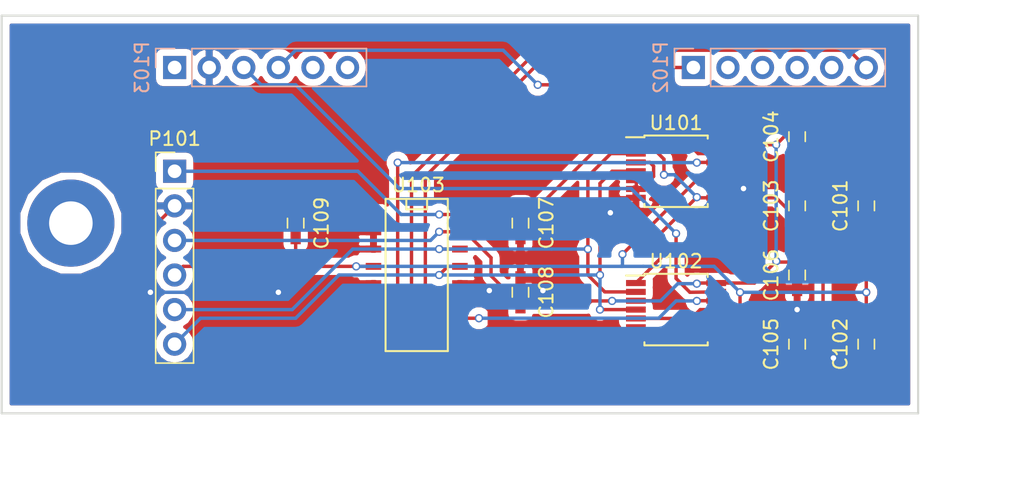
<source format=kicad_pcb>
(kicad_pcb (version 4) (host pcbnew 4.0.4+e1-6308~48~ubuntu15.10.1-stable)

  (general
    (links 61)
    (no_connects 0)
    (area 128.357143 92.756666 212.343334 130.270001)
    (thickness 1.6)
    (drawings 6)
    (tracks 338)
    (zones 0)
    (modules 16)
    (nets 13)
  )

  (page A4)
  (layers
    (0 F.Cu signal)
    (31 B.Cu signal)
    (32 B.Adhes user)
    (33 F.Adhes user)
    (34 B.Paste user)
    (35 F.Paste user)
    (36 B.SilkS user)
    (37 F.SilkS user)
    (38 B.Mask user)
    (39 F.Mask user)
    (40 Dwgs.User user)
    (41 Cmts.User user)
    (42 Eco1.User user)
    (43 Eco2.User user)
    (44 Edge.Cuts user)
    (45 Margin user)
    (46 B.CrtYd user)
    (47 F.CrtYd user)
    (48 B.Fab user)
    (49 F.Fab user)
  )

  (setup
    (last_trace_width 0.25)
    (user_trace_width 0.381)
    (user_trace_width 0.508)
    (user_trace_width 0.762)
    (user_trace_width 1.016)
    (user_trace_width 1.524)
    (user_trace_width 2.54)
    (trace_clearance 0.2)
    (zone_clearance 0.508)
    (zone_45_only no)
    (trace_min 0.2)
    (segment_width 0.2)
    (edge_width 0.15)
    (via_size 0.6)
    (via_drill 0.4)
    (via_min_size 0.4)
    (via_min_drill 0.3)
    (user_via 1.524 0.762)
    (user_via 1.778 0.762)
    (uvia_size 0.3)
    (uvia_drill 0.1)
    (uvias_allowed no)
    (uvia_min_size 0.2)
    (uvia_min_drill 0.1)
    (pcb_text_width 0.3)
    (pcb_text_size 1 1)
    (mod_edge_width 0.15)
    (mod_text_size 1 1)
    (mod_text_width 0.15)
    (pad_size 5 5)
    (pad_drill 3.2)
    (pad_to_mask_clearance 0.1)
    (aux_axis_origin 147.32 118.11)
    (visible_elements FFFEFF7F)
    (pcbplotparams
      (layerselection 0x010f0_80000001)
      (usegerberextensions true)
      (excludeedgelayer true)
      (linewidth 0.100000)
      (plotframeref false)
      (viasonmask false)
      (mode 1)
      (useauxorigin false)
      (hpglpennumber 1)
      (hpglpenspeed 20)
      (hpglpendiameter 15)
      (hpglpenoverlay 2)
      (psnegative false)
      (psa4output false)
      (plotreference true)
      (plotvalue true)
      (plotinvisibletext false)
      (padsonsilk false)
      (subtractmaskfromsilk false)
      (outputformat 1)
      (mirror false)
      (drillshape 0)
      (scaleselection 1)
      (outputdirectory gerber/))
  )

  (net 0 "")
  (net 1 GND)
  (net 2 -7.2V)
  (net 3 +5V)
  (net 4 +7.2V)
  (net 5 /I2C-SCL)
  (net 6 /I2C-SDA)
  (net 7 /VOL_WIPPER_L)
  (net 8 /VOL_WIPPER_R)
  (net 9 /BAL_HIGH_L)
  (net 10 /BAL_HIGH_R)
  (net 11 "Net-(U101-Pad12)")
  (net 12 "Net-(U102-Pad12)")

  (net_class Default "Ceci est la Netclass par défaut"
    (clearance 0.2)
    (trace_width 0.25)
    (via_dia 0.6)
    (via_drill 0.4)
    (uvia_dia 0.3)
    (uvia_drill 0.1)
    (add_net +5V)
    (add_net +7.2V)
    (add_net -7.2V)
    (add_net /BAL_HIGH_L)
    (add_net /BAL_HIGH_R)
    (add_net /I2C-SCL)
    (add_net /I2C-SDA)
    (add_net /VOL_WIPPER_L)
    (add_net /VOL_WIPPER_R)
    (add_net GND)
    (add_net "Net-(U101-Pad12)")
    (add_net "Net-(U102-Pad12)")
  )

  (module SMD_Packages:SO-16-N (layer F.Cu) (tedit 5888F5CB) (tstamp 588884BA)
    (at 165.1 113.03 270)
    (descr "Module CMS SOJ 16 pins large")
    (tags "CMS SOJ")
    (path /587BA02B)
    (attr smd)
    (fp_text reference U103 (at -6.604 -0.127 360) (layer F.SilkS)
      (effects (font (size 1 1) (thickness 0.15)))
    )
    (fp_text value DS1808 (at 0 1.27 270) (layer F.Fab)
      (effects (font (size 1 1) (thickness 0.15)))
    )
    (fp_line (start -5.588 -0.762) (end -4.826 -0.762) (layer F.SilkS) (width 0.15))
    (fp_line (start -4.826 -0.762) (end -4.826 0.762) (layer F.SilkS) (width 0.15))
    (fp_line (start -4.826 0.762) (end -5.588 0.762) (layer F.SilkS) (width 0.15))
    (fp_line (start 5.588 -2.286) (end 5.588 2.286) (layer F.SilkS) (width 0.15))
    (fp_line (start 5.588 2.286) (end -5.588 2.286) (layer F.SilkS) (width 0.15))
    (fp_line (start -5.588 2.286) (end -5.588 -2.286) (layer F.SilkS) (width 0.15))
    (fp_line (start -5.588 -2.286) (end 5.588 -2.286) (layer F.SilkS) (width 0.15))
    (pad 16 smd rect (at -4.445 -3.175 270) (size 0.508 1.143) (layers F.Cu F.Paste F.Mask)
      (net 3 +5V))
    (pad 14 smd rect (at -1.905 -3.175 270) (size 0.508 1.143) (layers F.Cu F.Paste F.Mask)
      (net 5 /I2C-SCL))
    (pad 13 smd rect (at -0.635 -3.175 270) (size 0.508 1.143) (layers F.Cu F.Paste F.Mask)
      (net 6 /I2C-SDA))
    (pad 12 smd rect (at 0.635 -3.175 270) (size 0.508 1.143) (layers F.Cu F.Paste F.Mask)
      (net 1 GND))
    (pad 11 smd rect (at 1.905 -3.175 270) (size 0.508 1.143) (layers F.Cu F.Paste F.Mask)
      (net 7 /VOL_WIPPER_L))
    (pad 10 smd rect (at 3.175 -3.175 270) (size 0.508 1.143) (layers F.Cu F.Paste F.Mask)
      (net 12 "Net-(U102-Pad12)"))
    (pad 9 smd rect (at 4.445 -3.175 270) (size 0.508 1.143) (layers F.Cu F.Paste F.Mask)
      (net 1 GND))
    (pad 8 smd rect (at 4.445 3.175 270) (size 0.508 1.143) (layers F.Cu F.Paste F.Mask)
      (net 8 /VOL_WIPPER_R))
    (pad 7 smd rect (at 3.175 3.175 270) (size 0.508 1.143) (layers F.Cu F.Paste F.Mask)
      (net 1 GND))
    (pad 6 smd rect (at 1.905 3.175 270) (size 0.508 1.143) (layers F.Cu F.Paste F.Mask)
      (net 11 "Net-(U101-Pad12)"))
    (pad 5 smd rect (at 0.635 3.175 270) (size 0.508 1.143) (layers F.Cu F.Paste F.Mask)
      (net 1 GND))
    (pad 4 smd rect (at -0.635 3.175 270) (size 0.508 1.143) (layers F.Cu F.Paste F.Mask)
      (net 2 -7.2V))
    (pad 3 smd rect (at -1.905 3.175 270) (size 0.508 1.143) (layers F.Cu F.Paste F.Mask)
      (net 1 GND))
    (pad 2 smd rect (at -3.175 3.175 270) (size 0.508 1.143) (layers F.Cu F.Paste F.Mask)
      (net 1 GND))
    (pad 1 smd rect (at -4.445 3.175 270) (size 0.508 1.143) (layers F.Cu F.Paste F.Mask)
      (net 1 GND))
    (pad 15 smd rect (at -3.175 -3.175 270) (size 0.508 1.143) (layers F.Cu F.Paste F.Mask)
      (net 4 +7.2V))
    (model SMD_Packages.3dshapes/SO-16-N.wrl
      (at (xyz 0 0 0))
      (scale (xyz 0.5 0.4 0.5))
      (rotate (xyz 0 0 0))
    )
  )

  (module Capacitors_SMD:C_0603_HandSoldering (layer F.Cu) (tedit 541A9B4D) (tstamp 58888434)
    (at 198.12 107.95 90)
    (descr "Capacitor SMD 0603, hand soldering")
    (tags "capacitor 0603")
    (path /587C6698)
    (attr smd)
    (fp_text reference C101 (at 0 -1.9 90) (layer F.SilkS)
      (effects (font (size 1 1) (thickness 0.15)))
    )
    (fp_text value 100nF (at 0 1.9 90) (layer F.Fab)
      (effects (font (size 1 1) (thickness 0.15)))
    )
    (fp_line (start -0.8 0.4) (end -0.8 -0.4) (layer F.Fab) (width 0.1))
    (fp_line (start 0.8 0.4) (end -0.8 0.4) (layer F.Fab) (width 0.1))
    (fp_line (start 0.8 -0.4) (end 0.8 0.4) (layer F.Fab) (width 0.1))
    (fp_line (start -0.8 -0.4) (end 0.8 -0.4) (layer F.Fab) (width 0.1))
    (fp_line (start -1.85 -0.75) (end 1.85 -0.75) (layer F.CrtYd) (width 0.05))
    (fp_line (start -1.85 0.75) (end 1.85 0.75) (layer F.CrtYd) (width 0.05))
    (fp_line (start -1.85 -0.75) (end -1.85 0.75) (layer F.CrtYd) (width 0.05))
    (fp_line (start 1.85 -0.75) (end 1.85 0.75) (layer F.CrtYd) (width 0.05))
    (fp_line (start -0.35 -0.6) (end 0.35 -0.6) (layer F.SilkS) (width 0.12))
    (fp_line (start 0.35 0.6) (end -0.35 0.6) (layer F.SilkS) (width 0.12))
    (pad 1 smd rect (at -0.95 0 90) (size 1.2 0.75) (layers F.Cu F.Paste F.Mask)
      (net 1 GND))
    (pad 2 smd rect (at 0.95 0 90) (size 1.2 0.75) (layers F.Cu F.Paste F.Mask)
      (net 2 -7.2V))
    (model Capacitors_SMD.3dshapes/C_0603_HandSoldering.wrl
      (at (xyz 0 0 0))
      (scale (xyz 1 1 1))
      (rotate (xyz 0 0 0))
    )
  )

  (module Capacitors_SMD:C_0603_HandSoldering (layer F.Cu) (tedit 541A9B4D) (tstamp 5888843A)
    (at 198.12 118.11 90)
    (descr "Capacitor SMD 0603, hand soldering")
    (tags "capacitor 0603")
    (path /587C72BD)
    (attr smd)
    (fp_text reference C102 (at 0 -1.9 90) (layer F.SilkS)
      (effects (font (size 1 1) (thickness 0.15)))
    )
    (fp_text value 100nF (at 0 1.9 90) (layer F.Fab)
      (effects (font (size 1 1) (thickness 0.15)))
    )
    (fp_line (start -0.8 0.4) (end -0.8 -0.4) (layer F.Fab) (width 0.1))
    (fp_line (start 0.8 0.4) (end -0.8 0.4) (layer F.Fab) (width 0.1))
    (fp_line (start 0.8 -0.4) (end 0.8 0.4) (layer F.Fab) (width 0.1))
    (fp_line (start -0.8 -0.4) (end 0.8 -0.4) (layer F.Fab) (width 0.1))
    (fp_line (start -1.85 -0.75) (end 1.85 -0.75) (layer F.CrtYd) (width 0.05))
    (fp_line (start -1.85 0.75) (end 1.85 0.75) (layer F.CrtYd) (width 0.05))
    (fp_line (start -1.85 -0.75) (end -1.85 0.75) (layer F.CrtYd) (width 0.05))
    (fp_line (start 1.85 -0.75) (end 1.85 0.75) (layer F.CrtYd) (width 0.05))
    (fp_line (start -0.35 -0.6) (end 0.35 -0.6) (layer F.SilkS) (width 0.12))
    (fp_line (start 0.35 0.6) (end -0.35 0.6) (layer F.SilkS) (width 0.12))
    (pad 1 smd rect (at -0.95 0 90) (size 1.2 0.75) (layers F.Cu F.Paste F.Mask)
      (net 1 GND))
    (pad 2 smd rect (at 0.95 0 90) (size 1.2 0.75) (layers F.Cu F.Paste F.Mask)
      (net 2 -7.2V))
    (model Capacitors_SMD.3dshapes/C_0603_HandSoldering.wrl
      (at (xyz 0 0 0))
      (scale (xyz 1 1 1))
      (rotate (xyz 0 0 0))
    )
  )

  (module Capacitors_SMD:C_0603_HandSoldering (layer F.Cu) (tedit 588A27AE) (tstamp 58888440)
    (at 193.04 107.95 270)
    (descr "Capacitor SMD 0603, hand soldering")
    (tags "capacitor 0603")
    (path /58877036)
    (attr smd)
    (fp_text reference C103 (at 0 1.905 270) (layer F.SilkS)
      (effects (font (size 1 1) (thickness 0.15)))
    )
    (fp_text value 100nF (at 0 1.9 270) (layer F.Fab)
      (effects (font (size 1 1) (thickness 0.15)))
    )
    (fp_line (start -0.8 0.4) (end -0.8 -0.4) (layer F.Fab) (width 0.1))
    (fp_line (start 0.8 0.4) (end -0.8 0.4) (layer F.Fab) (width 0.1))
    (fp_line (start 0.8 -0.4) (end 0.8 0.4) (layer F.Fab) (width 0.1))
    (fp_line (start -0.8 -0.4) (end 0.8 -0.4) (layer F.Fab) (width 0.1))
    (fp_line (start -1.85 -0.75) (end 1.85 -0.75) (layer F.CrtYd) (width 0.05))
    (fp_line (start -1.85 0.75) (end 1.85 0.75) (layer F.CrtYd) (width 0.05))
    (fp_line (start -1.85 -0.75) (end -1.85 0.75) (layer F.CrtYd) (width 0.05))
    (fp_line (start 1.85 -0.75) (end 1.85 0.75) (layer F.CrtYd) (width 0.05))
    (fp_line (start -0.35 -0.6) (end 0.35 -0.6) (layer F.SilkS) (width 0.12))
    (fp_line (start 0.35 0.6) (end -0.35 0.6) (layer F.SilkS) (width 0.12))
    (pad 1 smd rect (at -0.95 0 270) (size 1.2 0.75) (layers F.Cu F.Paste F.Mask)
      (net 1 GND))
    (pad 2 smd rect (at 0.95 0 270) (size 1.2 0.75) (layers F.Cu F.Paste F.Mask)
      (net 3 +5V))
    (model Capacitors_SMD.3dshapes/C_0603_HandSoldering.wrl
      (at (xyz 0 0 0))
      (scale (xyz 1 1 1))
      (rotate (xyz 0 0 0))
    )
  )

  (module Capacitors_SMD:C_0603_HandSoldering (layer F.Cu) (tedit 541A9B4D) (tstamp 58888446)
    (at 193.04 102.87 90)
    (descr "Capacitor SMD 0603, hand soldering")
    (tags "capacitor 0603")
    (path /587C693C)
    (attr smd)
    (fp_text reference C104 (at 0 -1.9 90) (layer F.SilkS)
      (effects (font (size 1 1) (thickness 0.15)))
    )
    (fp_text value 100nF (at 0 1.9 90) (layer F.Fab)
      (effects (font (size 1 1) (thickness 0.15)))
    )
    (fp_line (start -0.8 0.4) (end -0.8 -0.4) (layer F.Fab) (width 0.1))
    (fp_line (start 0.8 0.4) (end -0.8 0.4) (layer F.Fab) (width 0.1))
    (fp_line (start 0.8 -0.4) (end 0.8 0.4) (layer F.Fab) (width 0.1))
    (fp_line (start -0.8 -0.4) (end 0.8 -0.4) (layer F.Fab) (width 0.1))
    (fp_line (start -1.85 -0.75) (end 1.85 -0.75) (layer F.CrtYd) (width 0.05))
    (fp_line (start -1.85 0.75) (end 1.85 0.75) (layer F.CrtYd) (width 0.05))
    (fp_line (start -1.85 -0.75) (end -1.85 0.75) (layer F.CrtYd) (width 0.05))
    (fp_line (start 1.85 -0.75) (end 1.85 0.75) (layer F.CrtYd) (width 0.05))
    (fp_line (start -0.35 -0.6) (end 0.35 -0.6) (layer F.SilkS) (width 0.12))
    (fp_line (start 0.35 0.6) (end -0.35 0.6) (layer F.SilkS) (width 0.12))
    (pad 1 smd rect (at -0.95 0 90) (size 1.2 0.75) (layers F.Cu F.Paste F.Mask)
      (net 1 GND))
    (pad 2 smd rect (at 0.95 0 90) (size 1.2 0.75) (layers F.Cu F.Paste F.Mask)
      (net 4 +7.2V))
    (model Capacitors_SMD.3dshapes/C_0603_HandSoldering.wrl
      (at (xyz 0 0 0))
      (scale (xyz 1 1 1))
      (rotate (xyz 0 0 0))
    )
  )

  (module Capacitors_SMD:C_0603_HandSoldering (layer F.Cu) (tedit 588A27A4) (tstamp 5888844C)
    (at 193.04 118.11 270)
    (descr "Capacitor SMD 0603, hand soldering")
    (tags "capacitor 0603")
    (path /58876D8B)
    (attr smd)
    (fp_text reference C105 (at 0 1.905 270) (layer F.SilkS)
      (effects (font (size 1 1) (thickness 0.15)))
    )
    (fp_text value 100nF (at 0 1.9 270) (layer F.Fab)
      (effects (font (size 1 1) (thickness 0.15)))
    )
    (fp_line (start -0.8 0.4) (end -0.8 -0.4) (layer F.Fab) (width 0.1))
    (fp_line (start 0.8 0.4) (end -0.8 0.4) (layer F.Fab) (width 0.1))
    (fp_line (start 0.8 -0.4) (end 0.8 0.4) (layer F.Fab) (width 0.1))
    (fp_line (start -0.8 -0.4) (end 0.8 -0.4) (layer F.Fab) (width 0.1))
    (fp_line (start -1.85 -0.75) (end 1.85 -0.75) (layer F.CrtYd) (width 0.05))
    (fp_line (start -1.85 0.75) (end 1.85 0.75) (layer F.CrtYd) (width 0.05))
    (fp_line (start -1.85 -0.75) (end -1.85 0.75) (layer F.CrtYd) (width 0.05))
    (fp_line (start 1.85 -0.75) (end 1.85 0.75) (layer F.CrtYd) (width 0.05))
    (fp_line (start -0.35 -0.6) (end 0.35 -0.6) (layer F.SilkS) (width 0.12))
    (fp_line (start 0.35 0.6) (end -0.35 0.6) (layer F.SilkS) (width 0.12))
    (pad 1 smd rect (at -0.95 0 270) (size 1.2 0.75) (layers F.Cu F.Paste F.Mask)
      (net 1 GND))
    (pad 2 smd rect (at 0.95 0 270) (size 1.2 0.75) (layers F.Cu F.Paste F.Mask)
      (net 3 +5V))
    (model Capacitors_SMD.3dshapes/C_0603_HandSoldering.wrl
      (at (xyz 0 0 0))
      (scale (xyz 1 1 1))
      (rotate (xyz 0 0 0))
    )
  )

  (module Capacitors_SMD:C_0603_HandSoldering (layer F.Cu) (tedit 541A9B4D) (tstamp 58888452)
    (at 193.04 113.03 90)
    (descr "Capacitor SMD 0603, hand soldering")
    (tags "capacitor 0603")
    (path /587C72C9)
    (attr smd)
    (fp_text reference C106 (at 0 -1.9 90) (layer F.SilkS)
      (effects (font (size 1 1) (thickness 0.15)))
    )
    (fp_text value 100nF (at 0 1.9 90) (layer F.Fab)
      (effects (font (size 1 1) (thickness 0.15)))
    )
    (fp_line (start -0.8 0.4) (end -0.8 -0.4) (layer F.Fab) (width 0.1))
    (fp_line (start 0.8 0.4) (end -0.8 0.4) (layer F.Fab) (width 0.1))
    (fp_line (start 0.8 -0.4) (end 0.8 0.4) (layer F.Fab) (width 0.1))
    (fp_line (start -0.8 -0.4) (end 0.8 -0.4) (layer F.Fab) (width 0.1))
    (fp_line (start -1.85 -0.75) (end 1.85 -0.75) (layer F.CrtYd) (width 0.05))
    (fp_line (start -1.85 0.75) (end 1.85 0.75) (layer F.CrtYd) (width 0.05))
    (fp_line (start -1.85 -0.75) (end -1.85 0.75) (layer F.CrtYd) (width 0.05))
    (fp_line (start 1.85 -0.75) (end 1.85 0.75) (layer F.CrtYd) (width 0.05))
    (fp_line (start -0.35 -0.6) (end 0.35 -0.6) (layer F.SilkS) (width 0.12))
    (fp_line (start 0.35 0.6) (end -0.35 0.6) (layer F.SilkS) (width 0.12))
    (pad 1 smd rect (at -0.95 0 90) (size 1.2 0.75) (layers F.Cu F.Paste F.Mask)
      (net 1 GND))
    (pad 2 smd rect (at 0.95 0 90) (size 1.2 0.75) (layers F.Cu F.Paste F.Mask)
      (net 4 +7.2V))
    (model Capacitors_SMD.3dshapes/C_0603_HandSoldering.wrl
      (at (xyz 0 0 0))
      (scale (xyz 1 1 1))
      (rotate (xyz 0 0 0))
    )
  )

  (module Capacitors_SMD:C_0603_HandSoldering (layer F.Cu) (tedit 588A2793) (tstamp 58888458)
    (at 172.72 109.22 90)
    (descr "Capacitor SMD 0603, hand soldering")
    (tags "capacitor 0603")
    (path /587C86C8)
    (attr smd)
    (fp_text reference C107 (at 0 1.905 90) (layer F.SilkS)
      (effects (font (size 1 1) (thickness 0.15)))
    )
    (fp_text value 100nF (at 0 1.9 90) (layer F.Fab)
      (effects (font (size 1 1) (thickness 0.15)))
    )
    (fp_line (start -0.8 0.4) (end -0.8 -0.4) (layer F.Fab) (width 0.1))
    (fp_line (start 0.8 0.4) (end -0.8 0.4) (layer F.Fab) (width 0.1))
    (fp_line (start 0.8 -0.4) (end 0.8 0.4) (layer F.Fab) (width 0.1))
    (fp_line (start -0.8 -0.4) (end 0.8 -0.4) (layer F.Fab) (width 0.1))
    (fp_line (start -1.85 -0.75) (end 1.85 -0.75) (layer F.CrtYd) (width 0.05))
    (fp_line (start -1.85 0.75) (end 1.85 0.75) (layer F.CrtYd) (width 0.05))
    (fp_line (start -1.85 -0.75) (end -1.85 0.75) (layer F.CrtYd) (width 0.05))
    (fp_line (start 1.85 -0.75) (end 1.85 0.75) (layer F.CrtYd) (width 0.05))
    (fp_line (start -0.35 -0.6) (end 0.35 -0.6) (layer F.SilkS) (width 0.12))
    (fp_line (start 0.35 0.6) (end -0.35 0.6) (layer F.SilkS) (width 0.12))
    (pad 1 smd rect (at -0.95 0 90) (size 1.2 0.75) (layers F.Cu F.Paste F.Mask)
      (net 1 GND))
    (pad 2 smd rect (at 0.95 0 90) (size 1.2 0.75) (layers F.Cu F.Paste F.Mask)
      (net 3 +5V))
    (model Capacitors_SMD.3dshapes/C_0603_HandSoldering.wrl
      (at (xyz 0 0 0))
      (scale (xyz 1 1 1))
      (rotate (xyz 0 0 0))
    )
  )

  (module Capacitors_SMD:C_0603_HandSoldering (layer F.Cu) (tedit 541A9B4D) (tstamp 5888845E)
    (at 172.72 114.3 270)
    (descr "Capacitor SMD 0603, hand soldering")
    (tags "capacitor 0603")
    (path /587C7B19)
    (attr smd)
    (fp_text reference C108 (at 0 -1.9 270) (layer F.SilkS)
      (effects (font (size 1 1) (thickness 0.15)))
    )
    (fp_text value 100nF (at 0 1.9 270) (layer F.Fab)
      (effects (font (size 1 1) (thickness 0.15)))
    )
    (fp_line (start -0.8 0.4) (end -0.8 -0.4) (layer F.Fab) (width 0.1))
    (fp_line (start 0.8 0.4) (end -0.8 0.4) (layer F.Fab) (width 0.1))
    (fp_line (start 0.8 -0.4) (end 0.8 0.4) (layer F.Fab) (width 0.1))
    (fp_line (start -0.8 -0.4) (end 0.8 -0.4) (layer F.Fab) (width 0.1))
    (fp_line (start -1.85 -0.75) (end 1.85 -0.75) (layer F.CrtYd) (width 0.05))
    (fp_line (start -1.85 0.75) (end 1.85 0.75) (layer F.CrtYd) (width 0.05))
    (fp_line (start -1.85 -0.75) (end -1.85 0.75) (layer F.CrtYd) (width 0.05))
    (fp_line (start 1.85 -0.75) (end 1.85 0.75) (layer F.CrtYd) (width 0.05))
    (fp_line (start -0.35 -0.6) (end 0.35 -0.6) (layer F.SilkS) (width 0.12))
    (fp_line (start 0.35 0.6) (end -0.35 0.6) (layer F.SilkS) (width 0.12))
    (pad 1 smd rect (at -0.95 0 270) (size 1.2 0.75) (layers F.Cu F.Paste F.Mask)
      (net 1 GND))
    (pad 2 smd rect (at 0.95 0 270) (size 1.2 0.75) (layers F.Cu F.Paste F.Mask)
      (net 4 +7.2V))
    (model Capacitors_SMD.3dshapes/C_0603_HandSoldering.wrl
      (at (xyz 0 0 0))
      (scale (xyz 1 1 1))
      (rotate (xyz 0 0 0))
    )
  )

  (module Capacitors_SMD:C_0603_HandSoldering (layer F.Cu) (tedit 541A9B4D) (tstamp 58888464)
    (at 156.21 109.22 270)
    (descr "Capacitor SMD 0603, hand soldering")
    (tags "capacitor 0603")
    (path /587C7CB4)
    (attr smd)
    (fp_text reference C109 (at 0 -1.9 270) (layer F.SilkS)
      (effects (font (size 1 1) (thickness 0.15)))
    )
    (fp_text value 100nF (at 0 1.9 270) (layer F.Fab)
      (effects (font (size 1 1) (thickness 0.15)))
    )
    (fp_line (start -0.8 0.4) (end -0.8 -0.4) (layer F.Fab) (width 0.1))
    (fp_line (start 0.8 0.4) (end -0.8 0.4) (layer F.Fab) (width 0.1))
    (fp_line (start 0.8 -0.4) (end 0.8 0.4) (layer F.Fab) (width 0.1))
    (fp_line (start -0.8 -0.4) (end 0.8 -0.4) (layer F.Fab) (width 0.1))
    (fp_line (start -1.85 -0.75) (end 1.85 -0.75) (layer F.CrtYd) (width 0.05))
    (fp_line (start -1.85 0.75) (end 1.85 0.75) (layer F.CrtYd) (width 0.05))
    (fp_line (start -1.85 -0.75) (end -1.85 0.75) (layer F.CrtYd) (width 0.05))
    (fp_line (start 1.85 -0.75) (end 1.85 0.75) (layer F.CrtYd) (width 0.05))
    (fp_line (start -0.35 -0.6) (end 0.35 -0.6) (layer F.SilkS) (width 0.12))
    (fp_line (start 0.35 0.6) (end -0.35 0.6) (layer F.SilkS) (width 0.12))
    (pad 1 smd rect (at -0.95 0 270) (size 1.2 0.75) (layers F.Cu F.Paste F.Mask)
      (net 1 GND))
    (pad 2 smd rect (at 0.95 0 270) (size 1.2 0.75) (layers F.Cu F.Paste F.Mask)
      (net 2 -7.2V))
    (model Capacitors_SMD.3dshapes/C_0603_HandSoldering.wrl
      (at (xyz 0 0 0))
      (scale (xyz 1 1 1))
      (rotate (xyz 0 0 0))
    )
  )

  (module Pin_Headers:Pin_Header_Straight_1x06_Pitch2.54mm (layer F.Cu) (tedit 5862ED52) (tstamp 5888846E)
    (at 147.32 105.41)
    (descr "Through hole straight pin header, 1x06, 2.54mm pitch, single row")
    (tags "Through hole pin header THT 1x06 2.54mm single row")
    (path /587D509B)
    (fp_text reference P101 (at 0 -2.39) (layer F.SilkS)
      (effects (font (size 1 1) (thickness 0.15)))
    )
    (fp_text value CONN_01X06 (at 0 15.09) (layer F.Fab)
      (effects (font (size 1 1) (thickness 0.15)))
    )
    (fp_line (start -1.27 -1.27) (end -1.27 13.97) (layer F.Fab) (width 0.1))
    (fp_line (start -1.27 13.97) (end 1.27 13.97) (layer F.Fab) (width 0.1))
    (fp_line (start 1.27 13.97) (end 1.27 -1.27) (layer F.Fab) (width 0.1))
    (fp_line (start 1.27 -1.27) (end -1.27 -1.27) (layer F.Fab) (width 0.1))
    (fp_line (start -1.39 1.27) (end -1.39 14.09) (layer F.SilkS) (width 0.12))
    (fp_line (start -1.39 14.09) (end 1.39 14.09) (layer F.SilkS) (width 0.12))
    (fp_line (start 1.39 14.09) (end 1.39 1.27) (layer F.SilkS) (width 0.12))
    (fp_line (start 1.39 1.27) (end -1.39 1.27) (layer F.SilkS) (width 0.12))
    (fp_line (start -1.39 0) (end -1.39 -1.39) (layer F.SilkS) (width 0.12))
    (fp_line (start -1.39 -1.39) (end 0 -1.39) (layer F.SilkS) (width 0.12))
    (fp_line (start -1.6 -1.6) (end -1.6 14.3) (layer F.CrtYd) (width 0.05))
    (fp_line (start -1.6 14.3) (end 1.6 14.3) (layer F.CrtYd) (width 0.05))
    (fp_line (start 1.6 14.3) (end 1.6 -1.6) (layer F.CrtYd) (width 0.05))
    (fp_line (start 1.6 -1.6) (end -1.6 -1.6) (layer F.CrtYd) (width 0.05))
    (pad 1 thru_hole rect (at 0 0) (size 1.7 1.7) (drill 1) (layers *.Cu *.Mask)
      (net 3 +5V))
    (pad 2 thru_hole oval (at 0 2.54) (size 1.7 1.7) (drill 1) (layers *.Cu *.Mask)
      (net 1 GND))
    (pad 3 thru_hole oval (at 0 5.08) (size 1.7 1.7) (drill 1) (layers *.Cu *.Mask)
      (net 4 +7.2V))
    (pad 4 thru_hole oval (at 0 7.62) (size 1.7 1.7) (drill 1) (layers *.Cu *.Mask)
      (net 2 -7.2V))
    (pad 5 thru_hole oval (at 0 10.16) (size 1.7 1.7) (drill 1) (layers *.Cu *.Mask)
      (net 5 /I2C-SCL))
    (pad 6 thru_hole oval (at 0 12.7) (size 1.7 1.7) (drill 1) (layers *.Cu *.Mask)
      (net 6 /I2C-SDA))
    (model Pin_Headers.3dshapes/Pin_Header_Straight_1x06_Pitch2.54mm.wrl
      (at (xyz 0 -0.25 0))
      (scale (xyz 1 1 1))
      (rotate (xyz 0 0 90))
    )
  )

  (module Pin_Headers:Pin_Header_Straight_1x06_Pitch2.54mm (layer B.Cu) (tedit 5862ED52) (tstamp 58888478)
    (at 185.42 97.79 270)
    (descr "Through hole straight pin header, 1x06, 2.54mm pitch, single row")
    (tags "Through hole pin header THT 1x06 2.54mm single row")
    (path /58879736)
    (fp_text reference P102 (at 0 2.39 270) (layer B.SilkS)
      (effects (font (size 1 1) (thickness 0.15)) (justify mirror))
    )
    (fp_text value CONN_01X06 (at 0 -15.09 270) (layer B.Fab)
      (effects (font (size 1 1) (thickness 0.15)) (justify mirror))
    )
    (fp_line (start -1.27 1.27) (end -1.27 -13.97) (layer B.Fab) (width 0.1))
    (fp_line (start -1.27 -13.97) (end 1.27 -13.97) (layer B.Fab) (width 0.1))
    (fp_line (start 1.27 -13.97) (end 1.27 1.27) (layer B.Fab) (width 0.1))
    (fp_line (start 1.27 1.27) (end -1.27 1.27) (layer B.Fab) (width 0.1))
    (fp_line (start -1.39 -1.27) (end -1.39 -14.09) (layer B.SilkS) (width 0.12))
    (fp_line (start -1.39 -14.09) (end 1.39 -14.09) (layer B.SilkS) (width 0.12))
    (fp_line (start 1.39 -14.09) (end 1.39 -1.27) (layer B.SilkS) (width 0.12))
    (fp_line (start 1.39 -1.27) (end -1.39 -1.27) (layer B.SilkS) (width 0.12))
    (fp_line (start -1.39 0) (end -1.39 1.39) (layer B.SilkS) (width 0.12))
    (fp_line (start -1.39 1.39) (end 0 1.39) (layer B.SilkS) (width 0.12))
    (fp_line (start -1.6 1.6) (end -1.6 -14.3) (layer B.CrtYd) (width 0.05))
    (fp_line (start -1.6 -14.3) (end 1.6 -14.3) (layer B.CrtYd) (width 0.05))
    (fp_line (start 1.6 -14.3) (end 1.6 1.6) (layer B.CrtYd) (width 0.05))
    (fp_line (start 1.6 1.6) (end -1.6 1.6) (layer B.CrtYd) (width 0.05))
    (pad 1 thru_hole rect (at 0 0 270) (size 1.7 1.7) (drill 1) (layers *.Cu *.Mask)
      (net 7 /VOL_WIPPER_L))
    (pad 2 thru_hole oval (at 0 -2.54 270) (size 1.7 1.7) (drill 1) (layers *.Cu *.Mask))
    (pad 3 thru_hole oval (at 0 -5.08 270) (size 1.7 1.7) (drill 1) (layers *.Cu *.Mask))
    (pad 4 thru_hole oval (at 0 -7.62 270) (size 1.7 1.7) (drill 1) (layers *.Cu *.Mask))
    (pad 5 thru_hole oval (at 0 -10.16 270) (size 1.7 1.7) (drill 1) (layers *.Cu *.Mask))
    (pad 6 thru_hole oval (at 0 -12.7 270) (size 1.7 1.7) (drill 1) (layers *.Cu *.Mask)
      (net 8 /VOL_WIPPER_R))
    (model Pin_Headers.3dshapes/Pin_Header_Straight_1x06_Pitch2.54mm.wrl
      (at (xyz 0 -0.25 0))
      (scale (xyz 1 1 1))
      (rotate (xyz 0 0 90))
    )
  )

  (module Pin_Headers:Pin_Header_Straight_1x06_Pitch2.54mm (layer B.Cu) (tedit 5862ED52) (tstamp 58888482)
    (at 147.32 97.79 270)
    (descr "Through hole straight pin header, 1x06, 2.54mm pitch, single row")
    (tags "Through hole pin header THT 1x06 2.54mm single row")
    (path /58879FFF)
    (fp_text reference P103 (at 0 2.39 270) (layer B.SilkS)
      (effects (font (size 1 1) (thickness 0.15)) (justify mirror))
    )
    (fp_text value CONN_01X06 (at 0 -15.09 270) (layer B.Fab)
      (effects (font (size 1 1) (thickness 0.15)) (justify mirror))
    )
    (fp_line (start -1.27 1.27) (end -1.27 -13.97) (layer B.Fab) (width 0.1))
    (fp_line (start -1.27 -13.97) (end 1.27 -13.97) (layer B.Fab) (width 0.1))
    (fp_line (start 1.27 -13.97) (end 1.27 1.27) (layer B.Fab) (width 0.1))
    (fp_line (start 1.27 1.27) (end -1.27 1.27) (layer B.Fab) (width 0.1))
    (fp_line (start -1.39 -1.27) (end -1.39 -14.09) (layer B.SilkS) (width 0.12))
    (fp_line (start -1.39 -14.09) (end 1.39 -14.09) (layer B.SilkS) (width 0.12))
    (fp_line (start 1.39 -14.09) (end 1.39 -1.27) (layer B.SilkS) (width 0.12))
    (fp_line (start 1.39 -1.27) (end -1.39 -1.27) (layer B.SilkS) (width 0.12))
    (fp_line (start -1.39 0) (end -1.39 1.39) (layer B.SilkS) (width 0.12))
    (fp_line (start -1.39 1.39) (end 0 1.39) (layer B.SilkS) (width 0.12))
    (fp_line (start -1.6 1.6) (end -1.6 -14.3) (layer B.CrtYd) (width 0.05))
    (fp_line (start -1.6 -14.3) (end 1.6 -14.3) (layer B.CrtYd) (width 0.05))
    (fp_line (start 1.6 -14.3) (end 1.6 1.6) (layer B.CrtYd) (width 0.05))
    (fp_line (start 1.6 1.6) (end -1.6 1.6) (layer B.CrtYd) (width 0.05))
    (pad 1 thru_hole rect (at 0 0 270) (size 1.7 1.7) (drill 1) (layers *.Cu *.Mask))
    (pad 2 thru_hole oval (at 0 -2.54 270) (size 1.7 1.7) (drill 1) (layers *.Cu *.Mask)
      (net 1 GND))
    (pad 3 thru_hole oval (at 0 -5.08 270) (size 1.7 1.7) (drill 1) (layers *.Cu *.Mask)
      (net 9 /BAL_HIGH_L))
    (pad 4 thru_hole oval (at 0 -7.62 270) (size 1.7 1.7) (drill 1) (layers *.Cu *.Mask)
      (net 10 /BAL_HIGH_R))
    (pad 5 thru_hole oval (at 0 -10.16 270) (size 1.7 1.7) (drill 1) (layers *.Cu *.Mask))
    (pad 6 thru_hole oval (at 0 -12.7 270) (size 1.7 1.7) (drill 1) (layers *.Cu *.Mask))
    (model Pin_Headers.3dshapes/Pin_Header_Straight_1x06_Pitch2.54mm.wrl
      (at (xyz 0 -0.25 0))
      (scale (xyz 1 1 1))
      (rotate (xyz 0 0 90))
    )
  )

  (module Housings_SSOP:TSSOP-14_4.4x5mm_Pitch0.65mm (layer F.Cu) (tedit 54130A77) (tstamp 58888494)
    (at 184.15 105.41)
    (descr "14-Lead Plastic Thin Shrink Small Outline (ST)-4.4 mm Body [TSSOP] (see Microchip Packaging Specification 00000049BS.pdf)")
    (tags "SSOP 0.65")
    (path /58879AA6)
    (attr smd)
    (fp_text reference U101 (at 0 -3.55) (layer F.SilkS)
      (effects (font (size 1 1) (thickness 0.15)))
    )
    (fp_text value MCP45HVx1 (at 0 3.55) (layer F.Fab)
      (effects (font (size 1 1) (thickness 0.15)))
    )
    (fp_line (start -1.2 -2.5) (end 2.2 -2.5) (layer F.Fab) (width 0.15))
    (fp_line (start 2.2 -2.5) (end 2.2 2.5) (layer F.Fab) (width 0.15))
    (fp_line (start 2.2 2.5) (end -2.2 2.5) (layer F.Fab) (width 0.15))
    (fp_line (start -2.2 2.5) (end -2.2 -1.5) (layer F.Fab) (width 0.15))
    (fp_line (start -2.2 -1.5) (end -1.2 -2.5) (layer F.Fab) (width 0.15))
    (fp_line (start -3.95 -2.8) (end -3.95 2.8) (layer F.CrtYd) (width 0.05))
    (fp_line (start 3.95 -2.8) (end 3.95 2.8) (layer F.CrtYd) (width 0.05))
    (fp_line (start -3.95 -2.8) (end 3.95 -2.8) (layer F.CrtYd) (width 0.05))
    (fp_line (start -3.95 2.8) (end 3.95 2.8) (layer F.CrtYd) (width 0.05))
    (fp_line (start -2.325 -2.625) (end -2.325 -2.5) (layer F.SilkS) (width 0.15))
    (fp_line (start 2.325 -2.625) (end 2.325 -2.4) (layer F.SilkS) (width 0.15))
    (fp_line (start 2.325 2.625) (end 2.325 2.4) (layer F.SilkS) (width 0.15))
    (fp_line (start -2.325 2.625) (end -2.325 2.4) (layer F.SilkS) (width 0.15))
    (fp_line (start -2.325 -2.625) (end 2.325 -2.625) (layer F.SilkS) (width 0.15))
    (fp_line (start -2.325 2.625) (end 2.325 2.625) (layer F.SilkS) (width 0.15))
    (fp_line (start -2.325 -2.5) (end -3.675 -2.5) (layer F.SilkS) (width 0.15))
    (pad 1 smd rect (at -2.95 -1.95) (size 1.45 0.45) (layers F.Cu F.Paste F.Mask)
      (net 3 +5V))
    (pad 2 smd rect (at -2.95 -1.3) (size 1.45 0.45) (layers F.Cu F.Paste F.Mask)
      (net 5 /I2C-SCL))
    (pad 3 smd rect (at -2.95 -0.65) (size 1.45 0.45) (layers F.Cu F.Paste F.Mask)
      (net 1 GND))
    (pad 4 smd rect (at -2.95 0) (size 1.45 0.45) (layers F.Cu F.Paste F.Mask)
      (net 6 /I2C-SDA))
    (pad 5 smd rect (at -2.95 0.65) (size 1.45 0.45) (layers F.Cu F.Paste F.Mask)
      (net 1 GND))
    (pad 6 smd rect (at -2.95 1.3) (size 1.45 0.45) (layers F.Cu F.Paste F.Mask)
      (net 1 GND))
    (pad 7 smd rect (at -2.95 1.95) (size 1.45 0.45) (layers F.Cu F.Paste F.Mask)
      (net 1 GND))
    (pad 8 smd rect (at 2.95 1.95) (size 1.45 0.45) (layers F.Cu F.Paste F.Mask)
      (net 3 +5V))
    (pad 9 smd rect (at 2.95 1.3) (size 1.45 0.45) (layers F.Cu F.Paste F.Mask)
      (net 1 GND))
    (pad 10 smd rect (at 2.95 0.65) (size 1.45 0.45) (layers F.Cu F.Paste F.Mask)
      (net 2 -7.2V))
    (pad 11 smd rect (at 2.95 0) (size 1.45 0.45) (layers F.Cu F.Paste F.Mask)
      (net 1 GND))
    (pad 12 smd rect (at 2.95 -0.65) (size 1.45 0.45) (layers F.Cu F.Paste F.Mask)
      (net 11 "Net-(U101-Pad12)"))
    (pad 13 smd rect (at 2.95 -1.3) (size 1.45 0.45) (layers F.Cu F.Paste F.Mask)
      (net 10 /BAL_HIGH_R))
    (pad 14 smd rect (at 2.95 -1.95) (size 1.45 0.45) (layers F.Cu F.Paste F.Mask)
      (net 4 +7.2V))
    (model Housings_SSOP.3dshapes/TSSOP-14_4.4x5mm_Pitch0.65mm.wrl
      (at (xyz 0 0 0))
      (scale (xyz 1 1 1))
      (rotate (xyz 0 0 0))
    )
  )

  (module Housings_SSOP:TSSOP-14_4.4x5mm_Pitch0.65mm (layer F.Cu) (tedit 54130A77) (tstamp 588884A6)
    (at 184.15 115.57)
    (descr "14-Lead Plastic Thin Shrink Small Outline (ST)-4.4 mm Body [TSSOP] (see Microchip Packaging Specification 00000049BS.pdf)")
    (tags "SSOP 0.65")
    (path /58879C21)
    (attr smd)
    (fp_text reference U102 (at 0 -3.55) (layer F.SilkS)
      (effects (font (size 1 1) (thickness 0.15)))
    )
    (fp_text value MCP45HVx1 (at 0 3.55) (layer F.Fab)
      (effects (font (size 1 1) (thickness 0.15)))
    )
    (fp_line (start -1.2 -2.5) (end 2.2 -2.5) (layer F.Fab) (width 0.15))
    (fp_line (start 2.2 -2.5) (end 2.2 2.5) (layer F.Fab) (width 0.15))
    (fp_line (start 2.2 2.5) (end -2.2 2.5) (layer F.Fab) (width 0.15))
    (fp_line (start -2.2 2.5) (end -2.2 -1.5) (layer F.Fab) (width 0.15))
    (fp_line (start -2.2 -1.5) (end -1.2 -2.5) (layer F.Fab) (width 0.15))
    (fp_line (start -3.95 -2.8) (end -3.95 2.8) (layer F.CrtYd) (width 0.05))
    (fp_line (start 3.95 -2.8) (end 3.95 2.8) (layer F.CrtYd) (width 0.05))
    (fp_line (start -3.95 -2.8) (end 3.95 -2.8) (layer F.CrtYd) (width 0.05))
    (fp_line (start -3.95 2.8) (end 3.95 2.8) (layer F.CrtYd) (width 0.05))
    (fp_line (start -2.325 -2.625) (end -2.325 -2.5) (layer F.SilkS) (width 0.15))
    (fp_line (start 2.325 -2.625) (end 2.325 -2.4) (layer F.SilkS) (width 0.15))
    (fp_line (start 2.325 2.625) (end 2.325 2.4) (layer F.SilkS) (width 0.15))
    (fp_line (start -2.325 2.625) (end -2.325 2.4) (layer F.SilkS) (width 0.15))
    (fp_line (start -2.325 -2.625) (end 2.325 -2.625) (layer F.SilkS) (width 0.15))
    (fp_line (start -2.325 2.625) (end 2.325 2.625) (layer F.SilkS) (width 0.15))
    (fp_line (start -2.325 -2.5) (end -3.675 -2.5) (layer F.SilkS) (width 0.15))
    (pad 1 smd rect (at -2.95 -1.95) (size 1.45 0.45) (layers F.Cu F.Paste F.Mask)
      (net 3 +5V))
    (pad 2 smd rect (at -2.95 -1.3) (size 1.45 0.45) (layers F.Cu F.Paste F.Mask)
      (net 5 /I2C-SCL))
    (pad 3 smd rect (at -2.95 -0.65) (size 1.45 0.45) (layers F.Cu F.Paste F.Mask)
      (net 1 GND))
    (pad 4 smd rect (at -2.95 0) (size 1.45 0.45) (layers F.Cu F.Paste F.Mask)
      (net 6 /I2C-SDA))
    (pad 5 smd rect (at -2.95 0.65) (size 1.45 0.45) (layers F.Cu F.Paste F.Mask)
      (net 3 +5V))
    (pad 6 smd rect (at -2.95 1.3) (size 1.45 0.45) (layers F.Cu F.Paste F.Mask)
      (net 1 GND))
    (pad 7 smd rect (at -2.95 1.95) (size 1.45 0.45) (layers F.Cu F.Paste F.Mask)
      (net 1 GND))
    (pad 8 smd rect (at 2.95 1.95) (size 1.45 0.45) (layers F.Cu F.Paste F.Mask)
      (net 3 +5V))
    (pad 9 smd rect (at 2.95 1.3) (size 1.45 0.45) (layers F.Cu F.Paste F.Mask)
      (net 1 GND))
    (pad 10 smd rect (at 2.95 0.65) (size 1.45 0.45) (layers F.Cu F.Paste F.Mask)
      (net 2 -7.2V))
    (pad 11 smd rect (at 2.95 0) (size 1.45 0.45) (layers F.Cu F.Paste F.Mask)
      (net 1 GND))
    (pad 12 smd rect (at 2.95 -0.65) (size 1.45 0.45) (layers F.Cu F.Paste F.Mask)
      (net 12 "Net-(U102-Pad12)"))
    (pad 13 smd rect (at 2.95 -1.3) (size 1.45 0.45) (layers F.Cu F.Paste F.Mask)
      (net 9 /BAL_HIGH_L))
    (pad 14 smd rect (at 2.95 -1.95) (size 1.45 0.45) (layers F.Cu F.Paste F.Mask)
      (net 4 +7.2V))
    (model Housings_SSOP.3dshapes/TSSOP-14_4.4x5mm_Pitch0.65mm.wrl
      (at (xyz 0 0 0))
      (scale (xyz 1 1 1))
      (rotate (xyz 0 0 0))
    )
  )

  (module Mounting_Holes:MountingHole_3.2mm_M3_Pad (layer F.Cu) (tedit 5894A107) (tstamp 5894A097)
    (at 139.7 109.22)
    (descr "Mounting Hole 3.2mm, M3")
    (tags "mounting hole 3.2mm m3")
    (fp_text reference REF** (at 0 -4.2) (layer F.SilkS) hide
      (effects (font (size 1 1) (thickness 0.15)))
    )
    (fp_text value MountingHole_3.2mm_M3_Pad (at 0 4.2) (layer F.Fab) hide
      (effects (font (size 1 1) (thickness 0.15)))
    )
    (fp_circle (center 0 0) (end 3.2 0) (layer Cmts.User) (width 0.15))
    (fp_circle (center 0 0) (end 3.45 0) (layer F.CrtYd) (width 0.05))
    (pad 1 thru_hole circle (at 0 0) (size 6.4 6.4) (drill 3.2) (layers *.Cu *.Mask))
  )

  (dimension 67.31 (width 0.25) (layer Cmts.User)
    (gr_text "67,310 mm" (at 168.275 129.27) (layer Cmts.User)
      (effects (font (size 1 1) (thickness 0.25)))
    )
    (feature1 (pts (xy 201.93 123.19) (xy 201.93 130.27)))
    (feature2 (pts (xy 134.62 123.19) (xy 134.62 130.27)))
    (crossbar (pts (xy 134.62 128.27) (xy 201.93 128.27)))
    (arrow1a (pts (xy 201.93 128.27) (xy 200.803496 128.856421)))
    (arrow1b (pts (xy 201.93 128.27) (xy 200.803496 127.683579)))
    (arrow2a (pts (xy 134.62 128.27) (xy 135.746504 128.856421)))
    (arrow2b (pts (xy 134.62 128.27) (xy 135.746504 127.683579)))
  )
  (dimension 29.21 (width 0.25) (layer Cmts.User)
    (gr_text "29,210 mm" (at 208.01 108.585 270) (layer Cmts.User)
      (effects (font (size 1 1) (thickness 0.25)))
    )
    (feature1 (pts (xy 201.93 123.19) (xy 209.01 123.19)))
    (feature2 (pts (xy 201.93 93.98) (xy 209.01 93.98)))
    (crossbar (pts (xy 207.01 93.98) (xy 207.01 123.19)))
    (arrow1a (pts (xy 207.01 123.19) (xy 206.423579 122.063496)))
    (arrow1b (pts (xy 207.01 123.19) (xy 207.596421 122.063496)))
    (arrow2a (pts (xy 207.01 93.98) (xy 206.423579 95.106504)))
    (arrow2b (pts (xy 207.01 93.98) (xy 207.596421 95.106504)))
  )
  (gr_line (start 134.62 123.19) (end 134.62 93.98) (angle 90) (layer Edge.Cuts) (width 0.15))
  (gr_line (start 201.93 123.19) (end 134.62 123.19) (angle 90) (layer Edge.Cuts) (width 0.15))
  (gr_line (start 201.93 93.98) (end 201.93 123.19) (angle 90) (layer Edge.Cuts) (width 0.15))
  (gr_line (start 134.62 93.98) (end 201.93 93.98) (angle 90) (layer Edge.Cuts) (width 0.15))

  (segment (start 149.86 107.95) (end 147.32 107.95) (width 0.25) (layer F.Cu) (net 1))
  (segment (start 147.32 107.95) (end 145.542 109.728) (width 0.25) (layer F.Cu) (net 1))
  (segment (start 145.542 109.728) (end 145.542 114.3) (width 0.25) (layer F.Cu) (net 1) (tstamp 5888F2B7))
  (segment (start 161.925 108.585) (end 156.525 108.585) (width 0.25) (layer F.Cu) (net 1))
  (segment (start 156.525 108.585) (end 156.21 108.27) (width 0.25) (layer F.Cu) (net 1) (tstamp 5894A590))
  (segment (start 155.89 107.95) (end 153.924 107.95) (width 0.25) (layer F.Cu) (net 1))
  (segment (start 153.924 107.95) (end 149.86 107.95) (width 0.25) (layer F.Cu) (net 1) (tstamp 589444BF))
  (segment (start 155.89 107.95) (end 156.21 108.27) (width 0.25) (layer F.Cu) (net 1) (tstamp 5894A588))
  (segment (start 145.542 114.3) (end 150.876 114.3) (width 0.25) (layer B.Cu) (net 1))
  (via (at 154.94 114.3) (size 0.6) (drill 0.4) (layers F.Cu B.Cu) (net 1))
  (segment (start 154.94 114.3) (end 150.876 114.3) (width 0.25) (layer B.Cu) (net 1) (tstamp 5894A490))
  (segment (start 154.94 114.3) (end 160.655 114.3) (width 0.25) (layer F.Cu) (net 1))
  (via (at 145.542 114.3) (size 0.6) (drill 0.4) (layers F.Cu B.Cu) (net 1))
  (segment (start 160.274 120.396) (end 163.449 120.396) (width 0.25) (layer F.Cu) (net 1))
  (segment (start 147.32 120.396) (end 160.274 120.396) (width 0.25) (layer F.Cu) (net 1) (tstamp 5888F2CC))
  (segment (start 145.542 118.618) (end 147.32 120.396) (width 0.25) (layer F.Cu) (net 1) (tstamp 5888F2C3))
  (segment (start 145.542 114.3) (end 145.542 118.618) (width 0.25) (layer F.Cu) (net 1) (tstamp 5894A504))
  (segment (start 174.371 114.173) (end 170.434 114.173) (width 0.25) (layer B.Cu) (net 1) (tstamp 5888F53A))
  (via (at 174.371 114.173) (size 0.6) (drill 0.4) (layers F.Cu B.Cu) (net 1))
  (via (at 170.434 114.173) (size 0.6) (drill 0.4) (layers F.Cu B.Cu) (net 1))
  (segment (start 187.1 106.71) (end 189.073 106.71) (width 0.25) (layer F.Cu) (net 1))
  (segment (start 189.073 106.71) (end 189.103 106.68) (width 0.25) (layer F.Cu) (net 1) (tstamp 589466F9))
  (segment (start 149.86 97.79) (end 149.86 107.95) (width 0.25) (layer F.Cu) (net 1))
  (segment (start 195.707 119.126) (end 195.707 108.9) (width 0.25) (layer F.Cu) (net 1))
  (segment (start 195.707 108.9) (end 195.707 108.966) (width 0.25) (layer F.Cu) (net 1) (tstamp 588A2809))
  (segment (start 195.707 108.966) (end 195.707 108.9) (width 0.25) (layer F.Cu) (net 1) (tstamp 588A2814))
  (segment (start 172.72 113.35) (end 173.548 113.35) (width 0.25) (layer F.Cu) (net 1))
  (segment (start 173.548 113.35) (end 174.371 114.173) (width 0.25) (layer F.Cu) (net 1) (tstamp 5888F52A))
  (segment (start 170.434 114.173) (end 170.434 114.3) (width 0.25) (layer F.Cu) (net 1) (tstamp 5888F545))
  (segment (start 170.434 114.3) (end 170.434 114.173) (width 0.25) (layer F.Cu) (net 1) (tstamp 5888F546))
  (via (at 189.103 106.68) (size 0.6) (drill 0.4) (layers F.Cu B.Cu) (net 1))
  (segment (start 189.103 109.22) (end 189.103 106.68) (width 0.25) (layer B.Cu) (net 1) (tstamp 5888F490))
  (segment (start 189.103 109.22) (end 187.579 110.744) (width 0.25) (layer B.Cu) (net 1) (tstamp 5888F491))
  (segment (start 187.579 110.744) (end 181.61 110.744) (width 0.25) (layer B.Cu) (net 1) (tstamp 5888F499))
  (segment (start 181.61 110.744) (end 179.324 108.458) (width 0.25) (layer B.Cu) (net 1) (tstamp 5888F4A1))
  (via (at 179.324 108.458) (size 0.6) (drill 0.4) (layers F.Cu B.Cu) (net 1))
  (segment (start 179.324 108.458) (end 179.324 107.823) (width 0.25) (layer F.Cu) (net 1) (tstamp 5888F4B5))
  (segment (start 179.324 107.823) (end 179.787 107.36) (width 0.25) (layer F.Cu) (net 1) (tstamp 5888F4B6))
  (segment (start 181.2 107.36) (end 179.787 107.36) (width 0.25) (layer F.Cu) (net 1) (tstamp 5888F4BE))
  (segment (start 181.2 117.52) (end 181.2 120.396) (width 0.25) (layer F.Cu) (net 1))
  (segment (start 181.2 120.396) (end 181.229 120.396) (width 0.25) (layer F.Cu) (net 1) (tstamp 5888F36A))
  (segment (start 161.29 118.364) (end 160.655 117.729) (width 0.25) (layer F.Cu) (net 1))
  (segment (start 163.576 118.364) (end 161.29 118.364) (width 0.25) (layer F.Cu) (net 1) (tstamp 5888F17C))
  (segment (start 160.655 117.729) (end 160.655 116.205) (width 0.25) (layer F.Cu) (net 1) (tstamp 5888F18A))
  (segment (start 163.576 120.396) (end 163.449 120.396) (width 0.25) (layer F.Cu) (net 1) (tstamp 5888F34F))
  (segment (start 163.449 120.396) (end 181.229 120.396) (width 0.25) (layer F.Cu) (net 1) (tstamp 5888F352))
  (segment (start 181.229 120.396) (end 182.88 120.396) (width 0.25) (layer F.Cu) (net 1) (tstamp 5888F36D))
  (segment (start 195.773 119.06) (end 194.437 120.396) (width 0.25) (layer F.Cu) (net 1) (tstamp 5888F1A7))
  (segment (start 194.437 120.396) (end 182.88 120.396) (width 0.25) (layer F.Cu) (net 1) (tstamp 5888F1AC))
  (segment (start 187.1 115.57) (end 185.928 115.57) (width 0.25) (layer F.Cu) (net 1))
  (segment (start 185.928 115.57) (end 185.293 116.205) (width 0.25) (layer F.Cu) (net 1) (tstamp 5888F230))
  (segment (start 181.2 114.92) (end 184.008 114.92) (width 0.25) (layer F.Cu) (net 1))
  (segment (start 184.008 114.92) (end 185.293 116.205) (width 0.25) (layer F.Cu) (net 1) (tstamp 5888F21C))
  (segment (start 185.293 116.205) (end 185.674 116.586) (width 0.25) (layer F.Cu) (net 1) (tstamp 5888F235))
  (via (at 193.04 115.57) (size 0.6) (drill 0.4) (layers F.Cu B.Cu) (net 1))
  (segment (start 195.773 119.06) (end 195.707 119.126) (width 0.25) (layer F.Cu) (net 1) (tstamp 5888F1F4))
  (via (at 195.707 119.126) (size 0.6) (drill 0.4) (layers F.Cu B.Cu) (net 1))
  (segment (start 195.707 118.237) (end 195.707 119.126) (width 0.25) (layer B.Cu) (net 1) (tstamp 5888F1E6))
  (segment (start 195.707 118.237) (end 193.04 115.57) (width 0.25) (layer B.Cu) (net 1) (tstamp 5888F1E5))
  (segment (start 198.12 119.06) (end 195.773 119.06) (width 0.25) (layer F.Cu) (net 1))
  (segment (start 160.655 116.205) (end 161.925 116.205) (width 0.25) (layer F.Cu) (net 1))
  (segment (start 160.655 115.697) (end 160.655 116.205) (width 0.25) (layer F.Cu) (net 1))
  (segment (start 160.655 115.697) (end 160.655 114.3) (width 0.25) (layer F.Cu) (net 1) (tstamp 5888F0AC))
  (segment (start 161.925 113.665) (end 161.163 113.665) (width 0.25) (layer F.Cu) (net 1) (tstamp 5888F0B2))
  (segment (start 160.655 114.3) (end 160.655 114.173) (width 0.25) (layer F.Cu) (net 1) (tstamp 5894A487))
  (segment (start 160.655 114.173) (end 161.163 113.665) (width 0.25) (layer F.Cu) (net 1) (tstamp 5888F0AE))
  (segment (start 167.005 117.475) (end 168.275 117.475) (width 0.25) (layer F.Cu) (net 1) (tstamp 5888F186))
  (segment (start 163.576 118.364) (end 166.116 118.364) (width 0.25) (layer F.Cu) (net 1) (tstamp 5888F34D))
  (segment (start 166.116 118.364) (end 167.005 117.475) (width 0.25) (layer F.Cu) (net 1) (tstamp 5888F17F))
  (segment (start 168.275 117.475) (end 169.926 117.475) (width 0.25) (layer F.Cu) (net 1))
  (segment (start 169.926 117.475) (end 170.434 116.967) (width 0.25) (layer F.Cu) (net 1) (tstamp 5888F143))
  (segment (start 170.434 116.967) (end 170.434 114.554) (width 0.25) (layer F.Cu) (net 1) (tstamp 5888F147))
  (segment (start 170.434 114.554) (end 170.434 114.3) (width 0.25) (layer F.Cu) (net 1) (tstamp 5888F14B))
  (segment (start 170.434 114.3) (end 170.434 114.173) (width 0.25) (layer F.Cu) (net 1) (tstamp 5888F14F))
  (segment (start 170.434 114.173) (end 169.926 113.665) (width 0.25) (layer F.Cu) (net 1) (tstamp 5888F155))
  (segment (start 169.926 113.665) (end 168.275 113.665) (width 0.25) (layer F.Cu) (net 1) (tstamp 5888F15A))
  (segment (start 172.72 110.17) (end 172.72 113.35) (width 0.25) (layer F.Cu) (net 1))
  (segment (start 187.1 116.87) (end 185.958 116.87) (width 0.25) (layer F.Cu) (net 1))
  (segment (start 185.958 116.87) (end 185.674 116.586) (width 0.25) (layer F.Cu) (net 1) (tstamp 5888F089))
  (segment (start 193.04 117.16) (end 192.75 116.87) (width 0.25) (layer F.Cu) (net 1))
  (segment (start 192.75 116.87) (end 187.1 116.87) (width 0.25) (layer F.Cu) (net 1) (tstamp 5888F081))
  (segment (start 193.04 117.16) (end 193.04 115.57) (width 0.25) (layer F.Cu) (net 1))
  (segment (start 193.04 115.57) (end 193.04 113.98) (width 0.25) (layer F.Cu) (net 1) (tstamp 5888F1E2))
  (segment (start 193.04 107) (end 194.94 108.9) (width 0.25) (layer F.Cu) (net 1))
  (segment (start 194.94 108.9) (end 195.707 108.9) (width 0.25) (layer F.Cu) (net 1) (tstamp 5888F062))
  (segment (start 195.707 108.9) (end 198.12 108.9) (width 0.25) (layer F.Cu) (net 1) (tstamp 588A2815))
  (segment (start 188.692 106.71) (end 189.103 106.68) (width 0.25) (layer F.Cu) (net 1) (tstamp 5888F054))
  (segment (start 189.103 106.68) (end 189.103 105.41) (width 0.25) (layer F.Cu) (net 1) (tstamp 5888F05A))
  (segment (start 187.1 105.41) (end 189.103 105.41) (width 0.25) (layer F.Cu) (net 1))
  (segment (start 189.103 105.41) (end 193.04 105.41) (width 0.25) (layer F.Cu) (net 1) (tstamp 5888F060))
  (segment (start 193.04 103.82) (end 193.04 105.41) (width 0.25) (layer F.Cu) (net 1))
  (segment (start 193.04 105.41) (end 193.04 107) (width 0.25) (layer F.Cu) (net 1) (tstamp 5888F052))
  (segment (start 181.2 104.76) (end 182.23 104.76) (width 0.25) (layer F.Cu) (net 1))
  (segment (start 182.23 106.06) (end 181.2 106.06) (width 0.25) (layer F.Cu) (net 1) (tstamp 5888EEC2))
  (segment (start 182.499 105.791) (end 182.23 106.06) (width 0.25) (layer F.Cu) (net 1) (tstamp 5888EEBE))
  (segment (start 182.499 105.029) (end 182.499 105.791) (width 0.25) (layer F.Cu) (net 1) (tstamp 5888EEB8))
  (segment (start 182.23 104.76) (end 182.499 105.029) (width 0.25) (layer F.Cu) (net 1) (tstamp 5888EEB2))
  (segment (start 168.275 113.665) (end 168.529 113.665) (width 0.25) (layer F.Cu) (net 1) (status 80000))
  (segment (start 161.925 113.665) (end 162.179 113.665) (width 0.25) (layer F.Cu) (net 1) (status 80000))
  (segment (start 161.925 111.125) (end 162.179 111.125) (width 0.25) (layer F.Cu) (net 1) (status 80000))
  (segment (start 161.925 111.125) (end 161.925 109.855) (width 0.25) (layer F.Cu) (net 1) (status 80000))
  (segment (start 161.925 109.855) (end 161.925 108.585) (width 0.25) (layer F.Cu) (net 1) (status 80000))
  (segment (start 193.04 117.16) (end 193.04 117.221) (width 0.25) (layer F.Cu) (net 1) (status 80000))
  (segment (start 198.12 118.999) (end 198.12 119.06) (width 0.25) (layer F.Cu) (net 1) (tstamp 58888C6D) (status 80000))
  (segment (start 193.04 107) (end 193.04 107.061) (width 0.25) (layer F.Cu) (net 1) (status 80000))
  (segment (start 198.12 108.839) (end 198.12 108.9) (width 0.25) (layer F.Cu) (net 1) (tstamp 58888C6C) (status 80000))
  (segment (start 156.21 108.27) (end 156.21 108.331) (width 0.25) (layer F.Cu) (net 1) (status 80000))
  (segment (start 187.1 116.87) (end 187.071 116.84) (width 0.25) (layer F.Cu) (net 1) (status 80000))
  (segment (start 193.04 117.221) (end 193.04 117.16) (width 0.25) (layer F.Cu) (net 1) (tstamp 58888C65) (status 80000))
  (segment (start 193.04 113.98) (end 193.04 113.919) (width 0.25) (layer F.Cu) (net 1) (status 80000))
  (segment (start 193.04 107.188) (end 193.04 107) (width 0.25) (layer F.Cu) (net 1) (status 80000))
  (segment (start 156.21 108.331) (end 156.21 108.27) (width 0.25) (layer F.Cu) (net 1) (tstamp 58888C64) (status 80000))
  (segment (start 187.1 106.71) (end 187.071 106.68) (width 0.25) (layer F.Cu) (net 1) (status 80000))
  (segment (start 181.229 106.68) (end 181.2 106.71) (width 0.25) (layer F.Cu) (net 1) (tstamp 58888C63) (status 80000))
  (segment (start 181.2 116.87) (end 181.229 116.84) (width 0.25) (layer F.Cu) (net 1) (status 80000))
  (segment (start 172.593 113.538) (end 172.72 113.411) (width 0.25) (layer F.Cu) (net 1) (status 80000))
  (segment (start 172.72 113.411) (end 172.72 113.35) (width 0.25) (layer F.Cu) (net 1) (tstamp 58888C61) (status 80000))
  (segment (start 181.2 114.92) (end 181.229 114.935) (width 0.25) (layer F.Cu) (net 1) (status 80000))
  (segment (start 181.229 116.84) (end 181.2 116.87) (width 0.25) (layer F.Cu) (net 1) (tstamp 58888C5F) (status 80000))
  (segment (start 187.1 106.71) (end 187.071 106.68) (width 0.25) (layer F.Cu) (net 1) (status 80000))
  (segment (start 187.1 116.87) (end 187.071 116.84) (width 0.25) (layer F.Cu) (net 1) (status 80000))
  (segment (start 181.2 106.06) (end 181.229 106.045) (width 0.25) (layer F.Cu) (net 1) (status 80000))
  (segment (start 181.229 104.775) (end 181.2 104.76) (width 0.25) (layer F.Cu) (net 1) (tstamp 58888C5E) (status 80000))
  (segment (start 181.2 116.87) (end 181.229 116.84) (width 0.25) (layer F.Cu) (net 1) (status 80000))
  (segment (start 181.229 116.84) (end 181.229 117.475) (width 0.25) (layer F.Cu) (net 1) (status 80000))
  (segment (start 181.229 117.475) (end 181.2 117.52) (width 0.25) (layer F.Cu) (net 1) (tstamp 58888C5D) (status 80000))
  (segment (start 181.2 106.71) (end 181.229 106.68) (width 0.25) (layer F.Cu) (net 1) (status 80000))
  (segment (start 181.229 106.68) (end 181.229 106.045) (width 0.25) (layer F.Cu) (net 1) (status 80000))
  (segment (start 181.229 106.045) (end 181.2 106.06) (width 0.25) (layer F.Cu) (net 1) (tstamp 58888C5C) (status 80000))
  (segment (start 181.2 106.71) (end 181.229 106.68) (width 0.25) (layer F.Cu) (net 1) (status 80000))
  (segment (start 181.229 106.68) (end 181.229 107.315) (width 0.25) (layer F.Cu) (net 1) (status 80000))
  (segment (start 181.229 107.315) (end 181.2 107.36) (width 0.25) (layer F.Cu) (net 1) (tstamp 58888C5B) (status 80000))
  (segment (start 188.849 114.3) (end 188.849 115.57) (width 0.25) (layer F.Cu) (net 2))
  (segment (start 188.199 116.22) (end 187.1 116.22) (width 0.25) (layer F.Cu) (net 2) (tstamp 5894A631))
  (segment (start 188.849 115.57) (end 188.199 116.22) (width 0.25) (layer F.Cu) (net 2) (tstamp 5894A60D))
  (segment (start 180.213 111.506) (end 180.213 112.395) (width 0.25) (layer B.Cu) (net 2))
  (segment (start 185.674 106.045) (end 180.213 111.506) (width 0.25) (layer F.Cu) (net 2) (tstamp 5888E93C))
  (via (at 180.213 111.506) (size 0.6) (drill 0.4) (layers F.Cu B.Cu) (net 2))
  (segment (start 187.1 106.06) (end 185.674 106.045) (width 0.25) (layer F.Cu) (net 2))
  (segment (start 180.213 112.395) (end 180.086 112.395) (width 0.25) (layer B.Cu) (net 2) (tstamp 5888F41A))
  (segment (start 188.849 114.3) (end 198.12 114.3) (width 0.25) (layer B.Cu) (net 2))
  (via (at 198.12 114.3) (size 0.6) (drill 0.4) (layers F.Cu B.Cu) (net 2))
  (segment (start 156.21 110.17) (end 156.21 112.395) (width 0.25) (layer F.Cu) (net 2))
  (segment (start 147.32 113.03) (end 147.955 112.395) (width 0.25) (layer F.Cu) (net 2))
  (segment (start 147.955 112.395) (end 156.21 112.395) (width 0.25) (layer F.Cu) (net 2) (tstamp 5888E2A1))
  (segment (start 156.21 112.395) (end 160.655 112.395) (width 0.25) (layer F.Cu) (net 2) (tstamp 5888E2D2))
  (via (at 160.655 112.395) (size 0.6) (layers F.Cu B.Cu) (net 2) (status 80000))
  (segment (start 160.655 112.395) (end 162.179 112.395) (width 0.25) (layer B.Cu) (net 2) (status 80000))
  (segment (start 160.655 112.395) (end 161.925 112.395) (width 0.25) (layer F.Cu) (net 2) (tstamp 5888D8C5))
  (segment (start 186.944 112.395) (end 181.737 112.395) (width 0.25) (layer B.Cu) (net 2) (status 80000))
  (segment (start 181.737 112.395) (end 180.086 112.395) (width 0.25) (layer B.Cu) (net 2) (tstamp 5888E98B) (status 80000))
  (segment (start 180.086 112.395) (end 162.179 112.395) (width 0.25) (layer B.Cu) (net 2) (tstamp 5888F41F) (status 80000))
  (via (at 188.849 114.3) (size 0.6) (layers F.Cu B.Cu) (net 2) (status 80000))
  (segment (start 188.849 114.3) (end 186.944 112.395) (width 0.25) (layer B.Cu) (net 2) (status 80000))
  (segment (start 188.849 114.427) (end 188.849 114.3) (width 0.25) (layer F.Cu) (net 2) (status 80000))
  (segment (start 162.179 112.395) (end 162.179 112.395) (width 0.25) (layer B.Cu) (net 2) (status 80000))
  (segment (start 187.1 116.22) (end 187.071 116.205) (width 0.25) (layer F.Cu) (net 2) (status 80000))
  (segment (start 156.21 110.17) (end 156.21 110.109) (width 0.25) (layer F.Cu) (net 2) (status 80000))
  (segment (start 161.925 112.395) (end 161.544 112.395) (width 0.25) (layer F.Cu) (net 2) (status 80000))
  (segment (start 156.21 110.109) (end 156.21 110.17) (width 0.25) (layer F.Cu) (net 2) (tstamp 58888C6E) (status 80000))
  (segment (start 198.12 107) (end 198.12 107.061) (width 0.25) (layer F.Cu) (net 2) (status 80000))
  (segment (start 198.12 107.061) (end 198.882 107.823) (width 0.25) (layer F.Cu) (net 2) (status 80000))
  (segment (start 198.12 110.617) (end 198.12 114.3) (width 0.25) (layer F.Cu) (net 2) (status 80000))
  (segment (start 198.882 109.855) (end 198.12 110.617) (width 0.25) (layer F.Cu) (net 2) (status 80000))
  (segment (start 198.882 107.823) (end 198.882 109.855) (width 0.25) (layer F.Cu) (net 2) (status 80000))
  (segment (start 198.12 114.3) (end 198.12 117.16) (width 0.25) (layer F.Cu) (net 2) (tstamp 5888EA03) (status 80000))
  (segment (start 183.261 105.664) (end 184.023 105.664) (width 0.25) (layer B.Cu) (net 3))
  (via (at 185.674 107.315) (size 0.6) (drill 0.4) (layers F.Cu B.Cu) (net 3))
  (via (at 183.261 105.664) (size 0.6) (drill 0.4) (layers F.Cu B.Cu) (net 3))
  (segment (start 183.261 104.521) (end 183.261 105.664) (width 0.25) (layer F.Cu) (net 3) (tstamp 5888EAAA))
  (segment (start 182.2 103.46) (end 183.261 104.521) (width 0.25) (layer F.Cu) (net 3) (tstamp 5888EAA5))
  (segment (start 181.2 103.46) (end 182.2 103.46) (width 0.25) (layer F.Cu) (net 3))
  (segment (start 184.023 105.664) (end 185.674 107.315) (width 0.25) (layer B.Cu) (net 3) (tstamp 58946928))
  (segment (start 181.2 113.62) (end 183.007 111.813) (width 0.25) (layer F.Cu) (net 3))
  (segment (start 183.007 111.813) (end 183.007 109.982) (width 0.25) (layer F.Cu) (net 3) (tstamp 5888EE31))
  (segment (start 183.007 109.982) (end 185.674 107.315) (width 0.25) (layer F.Cu) (net 3) (tstamp 5888EE47))
  (segment (start 193.04 119.06) (end 194.945 117.155) (width 0.25) (layer F.Cu) (net 3))
  (segment (start 194.945 110.805) (end 193.04 108.9) (width 0.25) (layer F.Cu) (net 3) (tstamp 5888ED3F))
  (segment (start 194.945 117.155) (end 194.945 110.805) (width 0.25) (layer F.Cu) (net 3) (tstamp 5888ED23))
  (segment (start 185.719 107.36) (end 187.1 107.36) (width 0.25) (layer F.Cu) (net 3) (tstamp 5888EAD6))
  (segment (start 185.674 107.315) (end 185.719 107.36) (width 0.25) (layer F.Cu) (net 3) (tstamp 5888EAD5))
  (segment (start 181.2 116.22) (end 184.419 116.22) (width 0.25) (layer F.Cu) (net 3))
  (segment (start 185.719 117.52) (end 187.1 117.52) (width 0.25) (layer F.Cu) (net 3) (tstamp 5888E9D0))
  (segment (start 184.419 116.22) (end 185.719 117.52) (width 0.25) (layer F.Cu) (net 3) (tstamp 5888E9C6))
  (segment (start 172.72 108.27) (end 173.797 108.27) (width 0.25) (layer F.Cu) (net 3))
  (segment (start 178.607 103.46) (end 181.2 103.46) (width 0.25) (layer F.Cu) (net 3) (tstamp 5888E922))
  (segment (start 173.797 108.27) (end 178.607 103.46) (width 0.25) (layer F.Cu) (net 3) (tstamp 5888E911))
  (segment (start 147.32 105.41) (end 160.782 105.41) (width 0.25) (layer B.Cu) (net 3))
  (segment (start 166.751 108.585) (end 168.275 108.585) (width 0.25) (layer F.Cu) (net 3) (tstamp 5888E8DC))
  (via (at 166.751 108.585) (size 0.6) (drill 0.4) (layers F.Cu B.Cu) (net 3))
  (segment (start 163.957 108.585) (end 166.751 108.585) (width 0.25) (layer B.Cu) (net 3) (tstamp 5888E8D3))
  (segment (start 187.1 107.36) (end 191.5 107.36) (width 0.25) (layer F.Cu) (net 3))
  (segment (start 191.5 107.36) (end 193.04 108.9) (width 0.25) (layer F.Cu) (net 3) (tstamp 5888DABC))
  (segment (start 187.1 117.52) (end 191.5 117.52) (width 0.25) (layer F.Cu) (net 3))
  (segment (start 191.5 117.52) (end 193.04 119.06) (width 0.25) (layer F.Cu) (net 3) (tstamp 5888D479))
  (segment (start 168.275 108.585) (end 172.405 108.585) (width 0.25) (layer F.Cu) (net 3))
  (segment (start 172.405 108.585) (end 172.72 108.27) (width 0.25) (layer F.Cu) (net 3) (tstamp 58888F94))
  (segment (start 168.275 108.585) (end 168.148 108.458) (width 0.25) (layer F.Cu) (net 3) (status 80000))
  (segment (start 181.2 103.46) (end 181.229 103.505) (width 0.25) (layer F.Cu) (net 3) (status 80000))
  (segment (start 172.72 108.331) (end 172.72 108.27) (width 0.25) (layer F.Cu) (net 3) (tstamp 58888C73) (status 80000))
  (segment (start 181.2 103.46) (end 181.229 103.505) (width 0.25) (layer F.Cu) (net 3) (status 80000))
  (segment (start 187.071 107.315) (end 187.1 107.36) (width 0.25) (layer F.Cu) (net 3) (tstamp 58888C70) (status 80000))
  (segment (start 187.1 117.52) (end 187.071 117.475) (width 0.25) (layer F.Cu) (net 3) (status 80000))
  (segment (start 193.04 118.999) (end 193.04 119.06) (width 0.25) (layer F.Cu) (net 3) (tstamp 58888C6B) (status 80000))
  (segment (start 187.1 107.36) (end 187.071 107.315) (width 0.25) (layer F.Cu) (net 3) (status 80000))
  (segment (start 187.1 107.36) (end 187.071 107.315) (width 0.25) (layer F.Cu) (net 3) (status 80000))
  (segment (start 187.071 117.475) (end 187.1 117.52) (width 0.25) (layer F.Cu) (net 3) (tstamp 58888C66) (status 80000))
  (segment (start 172.72 108.27) (end 172.72 108.331) (width 0.25) (layer F.Cu) (net 3) (status 80000))
  (segment (start 181.2 116.22) (end 181.229 116.205) (width 0.25) (layer F.Cu) (net 3) (status 80000))
  (segment (start 181.229 113.665) (end 181.2 113.62) (width 0.25) (layer F.Cu) (net 3) (tstamp 58888C60) (status 80000))
  (segment (start 160.782 105.41) (end 163.957 108.585) (width 0.25) (layer B.Cu) (net 3) (tstamp 5888E8B4))
  (segment (start 166.116 110.49) (end 166.751 109.855) (width 0.25) (layer B.Cu) (net 4) (tstamp 5888E896))
  (segment (start 191.516 112.014) (end 189.91 113.62) (width 0.25) (layer F.Cu) (net 4))
  (segment (start 189.91 113.62) (end 187.1 113.62) (width 0.25) (layer F.Cu) (net 4) (tstamp 5888ED12))
  (segment (start 191.5 103.46) (end 191.5 111.998) (width 0.25) (layer B.Cu) (net 4))
  (segment (start 191.582 112.08) (end 193.04 112.08) (width 0.25) (layer F.Cu) (net 4) (tstamp 5888ED0E))
  (segment (start 191.516 112.014) (end 191.582 112.08) (width 0.25) (layer F.Cu) (net 4) (tstamp 5888ED0D))
  (via (at 191.516 112.014) (size 0.6) (drill 0.4) (layers F.Cu B.Cu) (net 4))
  (segment (start 191.5 111.998) (end 191.516 112.014) (width 0.25) (layer B.Cu) (net 4) (tstamp 5888ECF2))
  (via (at 191.5 103.46) (size 0.6) (drill 0.4) (layers F.Cu B.Cu) (net 4))
  (segment (start 191.516 103.505) (end 191.516 103.476) (width 0.25) (layer B.Cu) (net 4) (tstamp 5888ECB8))
  (segment (start 191.516 103.476) (end 191.5 103.46) (width 0.25) (layer B.Cu) (net 4) (tstamp 5888ECB7))
  (segment (start 172.72 115.25) (end 177.612 115.25) (width 0.25) (layer F.Cu) (net 4))
  (segment (start 177.612 115.25) (end 177.927 114.935) (width 0.25) (layer F.Cu) (net 4) (tstamp 5888EBD1))
  (segment (start 177.927 114.935) (end 179.451 114.935) (width 0.25) (layer F.Cu) (net 4) (tstamp 5888EBF0))
  (via (at 179.451 114.935) (size 0.6) (drill 0.4) (layers F.Cu B.Cu) (net 4))
  (segment (start 179.451 114.935) (end 183.007 114.935) (width 0.25) (layer B.Cu) (net 4) (tstamp 5888EBF9))
  (segment (start 183.007 114.935) (end 184.277 113.665) (width 0.25) (layer B.Cu) (net 4) (tstamp 5888EBFA))
  (segment (start 184.277 113.665) (end 185.674 113.665) (width 0.25) (layer B.Cu) (net 4) (tstamp 5888EBFE))
  (via (at 185.674 113.665) (size 0.6) (drill 0.4) (layers F.Cu B.Cu) (net 4))
  (segment (start 185.674 113.665) (end 185.719 113.62) (width 0.25) (layer F.Cu) (net 4) (tstamp 5888EC06))
  (segment (start 185.719 113.62) (end 187.1 113.62) (width 0.25) (layer F.Cu) (net 4) (tstamp 5888EC07))
  (segment (start 147.32 110.49) (end 166.116 110.49) (width 0.25) (layer B.Cu) (net 4))
  (segment (start 166.751 109.855) (end 168.275 109.855) (width 0.25) (layer F.Cu) (net 4) (tstamp 5888E8A4))
  (via (at 166.751 109.855) (size 0.6) (drill 0.4) (layers F.Cu B.Cu) (net 4))
  (segment (start 187.198 113.522) (end 187.1 113.62) (width 0.25) (layer F.Cu) (net 4) (tstamp 5888D9CC))
  (segment (start 170.561 111.76) (end 170.561 113.091) (width 0.25) (layer F.Cu) (net 4))
  (segment (start 168.656 109.855) (end 170.561 111.76) (width 0.25) (layer F.Cu) (net 4) (status 80000))
  (segment (start 170.561 113.091) (end 172.72 115.25) (width 0.25) (layer F.Cu) (net 4) (tstamp 5888D7F4))
  (segment (start 187.1 103.46) (end 191.5 103.46) (width 0.25) (layer F.Cu) (net 4))
  (segment (start 191.5 103.46) (end 193.04 101.92) (width 0.25) (layer F.Cu) (net 4) (tstamp 58888D2B))
  (segment (start 168.275 109.855) (end 168.656 109.855) (width 0.25) (layer F.Cu) (net 4) (status 80000))
  (segment (start 172.72 115.189) (end 172.72 115.25) (width 0.25) (layer F.Cu) (net 4) (tstamp 58888C72) (status 80000))
  (segment (start 172.72 115.25) (end 172.72 115.189) (width 0.25) (layer F.Cu) (net 4) (status 80000))
  (segment (start 187.071 113.665) (end 187.1 113.62) (width 0.25) (layer F.Cu) (net 4) (tstamp 58888C6F) (status 80000))
  (segment (start 187.1 113.62) (end 187.071 113.665) (width 0.25) (layer F.Cu) (net 4) (status 80000))
  (segment (start 187.1 103.46) (end 187.071 103.505) (width 0.25) (layer F.Cu) (net 4) (status 80000))
  (segment (start 187.071 103.505) (end 187.579 103.505) (width 0.25) (layer F.Cu) (net 4) (status 80000))
  (segment (start 193.04 101.981) (end 193.04 101.92) (width 0.25) (layer F.Cu) (net 4) (tstamp 58888C69) (status 80000))
  (segment (start 187.1 113.62) (end 187.071 113.665) (width 0.25) (layer F.Cu) (net 4) (status 80000))
  (segment (start 187.071 103.505) (end 187.1 103.46) (width 0.25) (layer F.Cu) (net 4) (tstamp 58888C67) (status 80000))
  (segment (start 177.673 111.125) (end 177.673 113.03) (width 0.25) (layer F.Cu) (net 5))
  (segment (start 178.913 114.27) (end 181.2 114.27) (width 0.25) (layer F.Cu) (net 5) (tstamp 5888E0F1))
  (segment (start 177.673 113.03) (end 178.913 114.27) (width 0.25) (layer F.Cu) (net 5) (tstamp 5888E0A1))
  (segment (start 179.354 104.11) (end 181.2 104.11) (width 0.25) (layer F.Cu) (net 5) (tstamp 5888E081))
  (segment (start 177.673 105.791) (end 179.354 104.11) (width 0.25) (layer F.Cu) (net 5) (tstamp 5888E07C))
  (segment (start 177.673 111.125) (end 177.673 105.791) (width 0.25) (layer F.Cu) (net 5) (tstamp 5888E07B))
  (via (at 177.673 111.125) (size 0.6) (drill 0.4) (layers F.Cu B.Cu) (net 5))
  (segment (start 147.32 115.57) (end 155.956 115.57) (width 0.25) (layer B.Cu) (net 5))
  (segment (start 166.751 111.125) (end 168.275 111.125) (width 0.25) (layer F.Cu) (net 5) (tstamp 5888E00C))
  (segment (start 181.2 114.27) (end 181.229 114.3) (width 0.25) (layer F.Cu) (net 5) (status 80000))
  (segment (start 181.229 104.14) (end 181.2 104.11) (width 0.25) (layer F.Cu) (net 5) (tstamp 58888C68) (status 80000))
  (segment (start 166.751 111.125) (end 175.006 111.125) (width 0.25) (layer B.Cu) (net 5))
  (segment (start 175.006 111.125) (end 177.673 111.125) (width 0.25) (layer B.Cu) (net 5) (tstamp 5888E022))
  (via (at 166.751 111.125) (size 0.6) (drill 0.4) (layers F.Cu B.Cu) (net 5))
  (segment (start 160.401 111.125) (end 166.751 111.125) (width 0.25) (layer B.Cu) (net 5) (tstamp 5888E002))
  (segment (start 155.956 115.57) (end 160.401 111.125) (width 0.25) (layer B.Cu) (net 5) (tstamp 5888DFFB))
  (segment (start 178.562 113.03) (end 178.562 115.57) (width 0.25) (layer B.Cu) (net 6))
  (segment (start 178.562 115.57) (end 181.2 115.57) (width 0.25) (layer F.Cu) (net 6) (tstamp 5888E1C9))
  (via (at 178.562 115.57) (size 0.6) (drill 0.4) (layers F.Cu B.Cu) (net 6))
  (segment (start 166.751 113.03) (end 178.562 113.03) (width 0.25) (layer B.Cu) (net 6))
  (segment (start 179.451 105.41) (end 181.2 105.41) (width 0.25) (layer F.Cu) (net 6) (tstamp 5888E1A8))
  (segment (start 178.562 106.299) (end 179.451 105.41) (width 0.25) (layer F.Cu) (net 6) (tstamp 5888E18C))
  (segment (start 178.562 107.569) (end 178.562 106.299) (width 0.25) (layer F.Cu) (net 6) (tstamp 5888E181))
  (segment (start 178.562 109.093) (end 178.562 107.569) (width 0.25) (layer F.Cu) (net 6) (tstamp 5888E172))
  (segment (start 178.562 113.03) (end 178.562 109.093) (width 0.25) (layer F.Cu) (net 6) (tstamp 5888E171))
  (via (at 178.562 113.03) (size 0.6) (drill 0.4) (layers F.Cu B.Cu) (net 6))
  (segment (start 147.32 118.11) (end 149.225 116.205) (width 0.25) (layer B.Cu) (net 6))
  (segment (start 167.386 112.395) (end 168.275 112.395) (width 0.25) (layer F.Cu) (net 6) (tstamp 5888E149))
  (segment (start 166.751 113.03) (end 167.386 112.395) (width 0.25) (layer F.Cu) (net 6) (tstamp 5888E148))
  (via (at 166.751 113.03) (size 0.6) (drill 0.4) (layers F.Cu B.Cu) (net 6))
  (segment (start 159.385 113.03) (end 166.751 113.03) (width 0.25) (layer B.Cu) (net 6) (tstamp 5888E139))
  (segment (start 156.21 116.205) (end 159.385 113.03) (width 0.25) (layer B.Cu) (net 6) (tstamp 5888E12C))
  (segment (start 149.225 116.205) (end 156.21 116.205) (width 0.25) (layer B.Cu) (net 6) (tstamp 5888E122))
  (segment (start 168.275 112.395) (end 167.894 112.395) (width 0.25) (layer F.Cu) (net 6))
  (segment (start 185.42 97.79) (end 173.736 97.79) (width 0.25) (layer F.Cu) (net 7))
  (segment (start 173.736 97.79) (end 165.735 105.791) (width 0.25) (layer F.Cu) (net 7) (tstamp 588A2706))
  (segment (start 165.735 113.919) (end 166.751 114.935) (width 0.25) (layer F.Cu) (net 7))
  (segment (start 165.735 105.791) (end 165.735 113.665) (width 0.25) (layer F.Cu) (net 7) (tstamp 5888E58C))
  (segment (start 165.735 113.665) (end 165.735 113.919) (width 0.25) (layer F.Cu) (net 7) (tstamp 5888E58D))
  (segment (start 166.751 114.935) (end 168.275 114.935) (width 0.25) (layer F.Cu) (net 7) (tstamp 5888E5B0))
  (segment (start 168.148 115.062) (end 168.275 114.935) (width 0.25) (layer F.Cu) (net 7) (tstamp 5888E5A0))
  (segment (start 198.12 97.79) (end 196.85 96.52) (width 0.25) (layer F.Cu) (net 8))
  (segment (start 173.99 96.52) (end 164.719 105.791) (width 0.25) (layer F.Cu) (net 8) (tstamp 588A26ED))
  (segment (start 196.85 96.52) (end 173.99 96.52) (width 0.25) (layer F.Cu) (net 8) (tstamp 588A26E6))
  (segment (start 163.449 117.475) (end 161.925 117.475) (width 0.25) (layer F.Cu) (net 8) (tstamp 5888E608))
  (segment (start 164.719 105.791) (end 164.719 116.205) (width 0.25) (layer F.Cu) (net 8) (tstamp 5888E5FE))
  (segment (start 164.719 116.205) (end 163.449 117.475) (width 0.25) (layer F.Cu) (net 8) (tstamp 5888E5FF))
  (segment (start 198.12 98.552) (end 198.12 97.79) (width 0.25) (layer F.Cu) (net 8) (status 80000))
  (segment (start 163.83 106.68) (end 156.21 99.06) (width 0.25) (layer B.Cu) (net 9))
  (segment (start 163.83 106.68) (end 180.848 106.68) (width 0.25) (layer B.Cu) (net 9) (tstamp 5888E356))
  (segment (start 180.848 106.68) (end 184.15 109.982) (width 0.25) (layer B.Cu) (net 9) (tstamp 5888E35F))
  (via (at 184.15 109.982) (size 0.6) (drill 0.4) (layers F.Cu B.Cu) (net 9))
  (segment (start 184.15 109.982) (end 184.15 113.284) (width 0.25) (layer F.Cu) (net 9) (tstamp 5888E383))
  (segment (start 184.15 113.284) (end 185.166 114.3) (width 0.25) (layer F.Cu) (net 9) (tstamp 5888E384))
  (segment (start 187.1 114.27) (end 185.166 114.3) (width 0.25) (layer F.Cu) (net 9) (tstamp 5888E385))
  (segment (start 153.67 99.06) (end 152.4 97.79) (width 0.25) (layer B.Cu) (net 9) (tstamp 58944590))
  (segment (start 156.21 99.06) (end 153.67 99.06) (width 0.25) (layer B.Cu) (net 9) (tstamp 5894458B))
  (segment (start 187.1 104.11) (end 185.771 104.11) (width 0.25) (layer F.Cu) (net 10))
  (segment (start 156.21 96.52) (end 154.94 97.79) (width 0.25) (layer B.Cu) (net 10) (tstamp 589445DF))
  (segment (start 171.45 96.52) (end 156.21 96.52) (width 0.25) (layer B.Cu) (net 10) (tstamp 589445D9))
  (segment (start 173.99 99.06) (end 171.45 96.52) (width 0.25) (layer B.Cu) (net 10) (tstamp 589445D8))
  (via (at 173.99 99.06) (size 0.6) (drill 0.4) (layers F.Cu B.Cu) (net 10))
  (segment (start 180.721 99.06) (end 173.99 99.06) (width 0.25) (layer F.Cu) (net 10) (tstamp 589445B7))
  (segment (start 185.771 104.11) (end 180.721 99.06) (width 0.25) (layer F.Cu) (net 10) (tstamp 589445B2))
  (segment (start 187.07 104.14) (end 187.1 104.11) (width 0.25) (layer F.Cu) (net 10) (tstamp 5888E44F))
  (segment (start 187.1 104.11) (end 187.071 104.14) (width 0.25) (layer F.Cu) (net 10) (status 80000))
  (segment (start 183.515 104.775) (end 185.674 104.775) (width 0.25) (layer B.Cu) (net 11))
  (segment (start 162.687 114.935) (end 163.703 113.919) (width 0.25) (layer F.Cu) (net 11) (tstamp 5888E719))
  (segment (start 163.703 113.919) (end 163.703 104.775) (width 0.25) (layer F.Cu) (net 11) (tstamp 5888E732))
  (via (at 163.703 104.775) (size 0.6) (drill 0.4) (layers F.Cu B.Cu) (net 11))
  (segment (start 163.703 104.775) (end 183.515 104.775) (width 0.25) (layer B.Cu) (net 11) (tstamp 5888E754))
  (segment (start 161.925 114.935) (end 162.687 114.935) (width 0.25) (layer F.Cu) (net 11))
  (segment (start 185.689 104.76) (end 187.1 104.76) (width 0.25) (layer F.Cu) (net 11) (tstamp 5888E7C5))
  (segment (start 185.674 104.775) (end 185.689 104.76) (width 0.25) (layer F.Cu) (net 11) (tstamp 5888E7C4))
  (via (at 185.674 104.775) (size 0.6) (drill 0.4) (layers F.Cu B.Cu) (net 11))
  (segment (start 187.085 104.775) (end 187.1 104.76) (width 0.25) (layer F.Cu) (net 11) (tstamp 5888DBD5))
  (segment (start 187.071 104.775) (end 187.1 104.76) (width 0.25) (layer F.Cu) (net 11) (tstamp 58888C74) (status 80000))
  (segment (start 168.275 116.205) (end 169.672 116.205) (width 0.25) (layer F.Cu) (net 12))
  (segment (start 185.689 114.92) (end 187.1 114.92) (width 0.25) (layer F.Cu) (net 12) (tstamp 5888E859))
  (segment (start 185.674 114.935) (end 185.689 114.92) (width 0.25) (layer F.Cu) (net 12) (tstamp 5888E858))
  (via (at 185.674 114.935) (size 0.6) (drill 0.4) (layers F.Cu B.Cu) (net 12))
  (segment (start 184.15 114.935) (end 185.674 114.935) (width 0.25) (layer B.Cu) (net 12) (tstamp 5888E846))
  (segment (start 182.88 116.205) (end 184.15 114.935) (width 0.25) (layer B.Cu) (net 12) (tstamp 5888E841))
  (segment (start 176.784 116.205) (end 182.88 116.205) (width 0.25) (layer B.Cu) (net 12) (tstamp 5888E840))
  (segment (start 169.672 116.205) (end 176.784 116.205) (width 0.25) (layer B.Cu) (net 12) (tstamp 5888E83F))
  (via (at 169.672 116.205) (size 0.6) (drill 0.4) (layers F.Cu B.Cu) (net 12))
  (segment (start 187.071 114.935) (end 187.1 114.92) (width 0.25) (layer F.Cu) (net 12) (tstamp 58888C71) (status 80000))

  (zone (net 1) (net_name GND) (layer F.Cu) (tstamp 5894A189) (hatch edge 0.508)
    (connect_pads (clearance 0.508))
    (min_thickness 0.254)
    (fill yes (arc_segments 16) (thermal_gap 0.508) (thermal_bridge_width 0.508))
    (polygon
      (pts
        (xy 134.62 93.98) (xy 201.93 93.98) (xy 201.93 123.19) (xy 134.62 123.19)
      )
    )
    (filled_polygon
      (pts
        (xy 201.22 122.48) (xy 135.33 122.48) (xy 135.33 109.979482) (xy 135.864336 109.979482) (xy 136.44695 111.389515)
        (xy 137.524811 112.469259) (xy 138.933825 113.054333) (xy 140.459482 113.055664) (xy 141.869515 112.47305) (xy 142.949259 111.395189)
        (xy 143.325126 110.49) (xy 145.805907 110.49) (xy 145.918946 111.058285) (xy 146.240853 111.540054) (xy 146.570026 111.76)
        (xy 146.240853 111.979946) (xy 145.918946 112.461715) (xy 145.805907 113.03) (xy 145.918946 113.598285) (xy 146.240853 114.080054)
        (xy 146.570026 114.3) (xy 146.240853 114.519946) (xy 145.918946 115.001715) (xy 145.805907 115.57) (xy 145.918946 116.138285)
        (xy 146.240853 116.620054) (xy 146.570026 116.84) (xy 146.240853 117.059946) (xy 145.918946 117.541715) (xy 145.805907 118.11)
        (xy 145.918946 118.678285) (xy 146.240853 119.160054) (xy 146.722622 119.481961) (xy 147.290907 119.595) (xy 147.349093 119.595)
        (xy 147.917378 119.481961) (xy 148.399147 119.160054) (xy 148.721054 118.678285) (xy 148.834093 118.11) (xy 148.721054 117.541715)
        (xy 148.399147 117.059946) (xy 148.069974 116.84) (xy 148.399147 116.620054) (xy 148.721054 116.138285) (xy 148.834093 115.57)
        (xy 148.721054 115.001715) (xy 148.399147 114.519946) (xy 148.069974 114.3) (xy 148.399147 114.080054) (xy 148.721054 113.598285)
        (xy 148.809229 113.155) (xy 160.092537 113.155) (xy 160.124673 113.187192) (xy 160.468201 113.329838) (xy 160.7185 113.330056)
        (xy 160.7185 113.37925) (xy 160.87725 113.538) (xy 161.798 113.538) (xy 161.798 113.518) (xy 162.052 113.518)
        (xy 162.052 113.538) (xy 162.072 113.538) (xy 162.072 113.792) (xy 162.052 113.792) (xy 162.052 113.812)
        (xy 161.798 113.812) (xy 161.798 113.792) (xy 160.87725 113.792) (xy 160.7185 113.95075) (xy 160.7185 114.045309)
        (xy 160.815173 114.278698) (xy 160.841709 114.305235) (xy 160.757069 114.42911) (xy 160.70606 114.681) (xy 160.70606 115.189)
        (xy 160.750338 115.424317) (xy 160.841104 115.565371) (xy 160.815173 115.591302) (xy 160.7185 115.824691) (xy 160.7185 115.91925)
        (xy 160.87725 116.078) (xy 161.798 116.078) (xy 161.798 116.058) (xy 162.052 116.058) (xy 162.052 116.078)
        (xy 162.97275 116.078) (xy 163.1315 115.91925) (xy 163.1315 115.824691) (xy 163.037347 115.597386) (xy 163.224401 115.472401)
        (xy 163.959 114.737802) (xy 163.959 115.890198) (xy 163.134198 116.715) (xy 163.07778 116.715) (xy 163.1315 116.585309)
        (xy 163.1315 116.49075) (xy 162.97275 116.332) (xy 162.052 116.332) (xy 162.052 116.352) (xy 161.798 116.352)
        (xy 161.798 116.332) (xy 160.87725 116.332) (xy 160.7185 116.49075) (xy 160.7185 116.585309) (xy 160.815173 116.818698)
        (xy 160.841709 116.845235) (xy 160.757069 116.96911) (xy 160.70606 117.221) (xy 160.70606 117.729) (xy 160.750338 117.964317)
        (xy 160.88941 118.180441) (xy 161.10161 118.325431) (xy 161.3535 118.37644) (xy 162.4965 118.37644) (xy 162.731817 118.332162)
        (xy 162.882811 118.235) (xy 163.449 118.235) (xy 163.739839 118.177148) (xy 163.986401 118.012401) (xy 164.238052 117.76075)
        (xy 167.0685 117.76075) (xy 167.0685 117.855309) (xy 167.165173 118.088698) (xy 167.343801 118.267327) (xy 167.57719 118.364)
        (xy 167.98925 118.364) (xy 168.148 118.20525) (xy 168.148 117.602) (xy 168.402 117.602) (xy 168.402 118.20525)
        (xy 168.56075 118.364) (xy 168.97281 118.364) (xy 169.206199 118.267327) (xy 169.384827 118.088698) (xy 169.4815 117.855309)
        (xy 169.4815 117.76075) (xy 169.32275 117.602) (xy 168.402 117.602) (xy 168.148 117.602) (xy 167.22725 117.602)
        (xy 167.0685 117.76075) (xy 164.238052 117.76075) (xy 165.256401 116.742401) (xy 165.421148 116.49584) (xy 165.479 116.205)
        (xy 165.479 114.737802) (xy 166.213599 115.472401) (xy 166.460161 115.637148) (xy 166.751 115.695) (xy 167.109877 115.695)
        (xy 167.107069 115.69911) (xy 167.05606 115.951) (xy 167.05606 116.459) (xy 167.100338 116.694317) (xy 167.191104 116.835371)
        (xy 167.165173 116.861302) (xy 167.0685 117.094691) (xy 167.0685 117.18925) (xy 167.22725 117.348) (xy 168.148 117.348)
        (xy 168.148 117.328) (xy 168.402 117.328) (xy 168.402 117.348) (xy 169.32275 117.348) (xy 169.4815 117.18925)
        (xy 169.4815 117.138301) (xy 169.485201 117.139838) (xy 169.857167 117.140162) (xy 170.200943 116.998117) (xy 170.464192 116.735327)
        (xy 170.606838 116.391799) (xy 170.607162 116.019833) (xy 170.465117 115.676057) (xy 170.202327 115.412808) (xy 169.858799 115.270162)
        (xy 169.486833 115.269838) (xy 169.476724 115.274015) (xy 169.49394 115.189) (xy 169.49394 114.681) (xy 169.449662 114.445683)
        (xy 169.358896 114.304629) (xy 169.384827 114.278698) (xy 169.4815 114.045309) (xy 169.4815 113.95075) (xy 169.32275 113.792)
        (xy 168.402 113.792) (xy 168.402 113.812) (xy 168.148 113.812) (xy 168.148 113.792) (xy 168.128 113.792)
        (xy 168.128 113.538) (xy 168.148 113.538) (xy 168.148 113.518) (xy 168.402 113.518) (xy 168.402 113.538)
        (xy 169.32275 113.538) (xy 169.4815 113.37925) (xy 169.4815 113.284691) (xy 169.384827 113.051302) (xy 169.358291 113.024765)
        (xy 169.442931 112.90089) (xy 169.49394 112.649) (xy 169.49394 112.141) (xy 169.449662 111.905683) (xy 169.355334 111.759093)
        (xy 169.408086 111.681888) (xy 169.801 112.074802) (xy 169.801 113.091) (xy 169.858852 113.381839) (xy 170.023599 113.628401)
        (xy 171.69756 115.302362) (xy 171.69756 115.85) (xy 171.741838 116.085317) (xy 171.88091 116.301441) (xy 172.09311 116.446431)
        (xy 172.345 116.49744) (xy 173.095 116.49744) (xy 173.330317 116.453162) (xy 173.546441 116.31409) (xy 173.691431 116.10189)
        (xy 173.710039 116.01) (xy 177.612 116.01) (xy 177.723009 115.987919) (xy 177.768883 116.098943) (xy 178.031673 116.362192)
        (xy 178.375201 116.504838) (xy 178.747167 116.505162) (xy 179.090943 116.363117) (xy 179.124118 116.33) (xy 179.82756 116.33)
        (xy 179.82756 116.445) (xy 179.84098 116.516323) (xy 179.84 116.51869) (xy 179.84 116.59875) (xy 179.860312 116.619062)
        (xy 179.871838 116.680317) (xy 179.997059 116.874916) (xy 179.936673 116.935301) (xy 179.859403 117.121847) (xy 179.84 117.14125)
        (xy 179.84 117.24875) (xy 179.859403 117.268153) (xy 179.936673 117.454699) (xy 180.114475 117.6325) (xy 179.99875 117.6325)
        (xy 179.84 117.79125) (xy 179.84 117.87131) (xy 179.936673 118.104699) (xy 180.115302 118.283327) (xy 180.348691 118.38)
        (xy 180.91425 118.38) (xy 181.073 118.22125) (xy 181.073 117.6325) (xy 181.01175 117.6325) (xy 181.073 117.57125)
        (xy 181.073 117.373) (xy 181.327 117.373) (xy 181.327 117.57125) (xy 181.38825 117.6325) (xy 181.327 117.6325)
        (xy 181.327 118.22125) (xy 181.48575 118.38) (xy 182.051309 118.38) (xy 182.284698 118.283327) (xy 182.463327 118.104699)
        (xy 182.56 117.87131) (xy 182.56 117.79125) (xy 182.40125 117.6325) (xy 182.285525 117.6325) (xy 182.463327 117.454699)
        (xy 182.540597 117.268153) (xy 182.56 117.24875) (xy 182.56 117.14125) (xy 182.540597 117.121847) (xy 182.488884 116.997002)
        (xy 182.56 116.997002) (xy 182.56 116.98) (xy 184.104198 116.98) (xy 185.181599 118.057401) (xy 185.428161 118.222148)
        (xy 185.719 118.28) (xy 186.033203 118.28) (xy 186.12311 118.341431) (xy 186.375 118.39244) (xy 187.825 118.39244)
        (xy 188.060317 118.348162) (xy 188.166244 118.28) (xy 191.185198 118.28) (xy 192.01756 119.112362) (xy 192.01756 119.66)
        (xy 192.061838 119.895317) (xy 192.20091 120.111441) (xy 192.41311 120.256431) (xy 192.665 120.30744) (xy 193.415 120.30744)
        (xy 193.650317 120.263162) (xy 193.866441 120.12409) (xy 194.011431 119.91189) (xy 194.06244 119.66) (xy 194.06244 119.34575)
        (xy 197.11 119.34575) (xy 197.11 119.786309) (xy 197.206673 120.019698) (xy 197.385301 120.198327) (xy 197.61869 120.295)
        (xy 197.83425 120.295) (xy 197.993 120.13625) (xy 197.993 119.187) (xy 198.247 119.187) (xy 198.247 120.13625)
        (xy 198.40575 120.295) (xy 198.62131 120.295) (xy 198.854699 120.198327) (xy 199.033327 120.019698) (xy 199.13 119.786309)
        (xy 199.13 119.34575) (xy 198.97125 119.187) (xy 198.247 119.187) (xy 197.993 119.187) (xy 197.26875 119.187)
        (xy 197.11 119.34575) (xy 194.06244 119.34575) (xy 194.06244 119.112362) (xy 195.482401 117.692401) (xy 195.647148 117.445839)
        (xy 195.705 117.155) (xy 195.705 110.805) (xy 195.647148 110.514161) (xy 195.482401 110.267599) (xy 194.06244 108.847638)
        (xy 194.06244 108.3) (xy 194.018162 108.064683) (xy 193.951671 107.961354) (xy 193.953327 107.959698) (xy 194.05 107.726309)
        (xy 194.05 107.28575) (xy 193.89125 107.127) (xy 193.167 107.127) (xy 193.167 107.147) (xy 192.913 107.147)
        (xy 192.913 107.127) (xy 192.893 107.127) (xy 192.893 106.873) (xy 192.913 106.873) (xy 192.913 105.92375)
        (xy 193.167 105.92375) (xy 193.167 106.873) (xy 193.89125 106.873) (xy 194.05 106.71425) (xy 194.05 106.4)
        (xy 197.09756 106.4) (xy 197.09756 107.6) (xy 197.141838 107.835317) (xy 197.208329 107.938646) (xy 197.206673 107.940302)
        (xy 197.11 108.173691) (xy 197.11 108.61425) (xy 197.26875 108.773) (xy 197.993 108.773) (xy 197.993 108.753)
        (xy 198.122 108.753) (xy 198.122 109.047) (xy 197.993 109.047) (xy 197.993 109.027) (xy 197.26875 109.027)
        (xy 197.11 109.18575) (xy 197.11 109.626309) (xy 197.206673 109.859698) (xy 197.385301 110.038327) (xy 197.561429 110.111282)
        (xy 197.417852 110.326161) (xy 197.36 110.617) (xy 197.36 113.737537) (xy 197.327808 113.769673) (xy 197.185162 114.113201)
        (xy 197.184838 114.485167) (xy 197.326883 114.828943) (xy 197.36 114.862118) (xy 197.36 116.053156) (xy 197.293559 116.09591)
        (xy 197.148569 116.30811) (xy 197.09756 116.56) (xy 197.09756 117.76) (xy 197.141838 117.995317) (xy 197.208329 118.098646)
        (xy 197.206673 118.100302) (xy 197.11 118.333691) (xy 197.11 118.77425) (xy 197.26875 118.933) (xy 197.993 118.933)
        (xy 197.993 118.913) (xy 198.247 118.913) (xy 198.247 118.933) (xy 198.97125 118.933) (xy 199.13 118.77425)
        (xy 199.13 118.333691) (xy 199.033327 118.100302) (xy 199.031957 118.098932) (xy 199.091431 118.01189) (xy 199.14244 117.76)
        (xy 199.14244 116.56) (xy 199.098162 116.324683) (xy 198.95909 116.108559) (xy 198.88 116.054519) (xy 198.88 114.862463)
        (xy 198.912192 114.830327) (xy 199.054838 114.486799) (xy 199.055162 114.114833) (xy 198.913117 113.771057) (xy 198.88 113.737882)
        (xy 198.88 110.931802) (xy 199.419401 110.392401) (xy 199.584148 110.145839) (xy 199.642 109.855) (xy 199.642 107.823)
        (xy 199.584148 107.532161) (xy 199.419401 107.285599) (xy 199.14244 107.008638) (xy 199.14244 106.4) (xy 199.098162 106.164683)
        (xy 198.95909 105.948559) (xy 198.74689 105.803569) (xy 198.495 105.75256) (xy 197.745 105.75256) (xy 197.509683 105.796838)
        (xy 197.293559 105.93591) (xy 197.148569 106.14811) (xy 197.09756 106.4) (xy 194.05 106.4) (xy 194.05 106.273691)
        (xy 193.953327 106.040302) (xy 193.774699 105.861673) (xy 193.54131 105.765) (xy 193.32575 105.765) (xy 193.167 105.92375)
        (xy 192.913 105.92375) (xy 192.75425 105.765) (xy 192.53869 105.765) (xy 192.305301 105.861673) (xy 192.126673 106.040302)
        (xy 192.03 106.273691) (xy 192.03 106.71425) (xy 192.188748 106.872998) (xy 192.0878 106.872998) (xy 192.037401 106.822599)
        (xy 191.790839 106.657852) (xy 191.5 106.6) (xy 188.46 106.6) (xy 188.46 106.582998) (xy 188.389927 106.582998)
        (xy 188.421431 106.53689) (xy 188.436558 106.462192) (xy 188.46 106.43875) (xy 188.46 106.35869) (xy 188.458333 106.354665)
        (xy 188.47244 106.285) (xy 188.47244 105.835) (xy 188.45902 105.763677) (xy 188.46 105.76131) (xy 188.46 105.68125)
        (xy 188.439688 105.660938) (xy 188.428162 105.599683) (xy 188.304671 105.407773) (xy 188.421431 105.23689) (xy 188.436558 105.162192)
        (xy 188.46 105.13875) (xy 188.46 105.05869) (xy 188.458333 105.054665) (xy 188.47244 104.985) (xy 188.47244 104.535)
        (xy 188.452933 104.431329) (xy 188.47244 104.335) (xy 188.47244 104.22) (xy 190.937537 104.22) (xy 190.969673 104.252192)
        (xy 191.313201 104.394838) (xy 191.685167 104.395162) (xy 192.028943 104.253117) (xy 192.03 104.252062) (xy 192.03 104.546309)
        (xy 192.126673 104.779698) (xy 192.305301 104.958327) (xy 192.53869 105.055) (xy 192.75425 105.055) (xy 192.913 104.89625)
        (xy 192.913 103.947) (xy 193.167 103.947) (xy 193.167 104.89625) (xy 193.32575 105.055) (xy 193.54131 105.055)
        (xy 193.774699 104.958327) (xy 193.953327 104.779698) (xy 194.05 104.546309) (xy 194.05 104.10575) (xy 193.89125 103.947)
        (xy 193.167 103.947) (xy 192.913 103.947) (xy 192.893 103.947) (xy 192.893 103.693) (xy 192.913 103.693)
        (xy 192.913 103.673) (xy 193.167 103.673) (xy 193.167 103.693) (xy 193.89125 103.693) (xy 194.05 103.53425)
        (xy 194.05 103.093691) (xy 193.953327 102.860302) (xy 193.951957 102.858932) (xy 194.011431 102.77189) (xy 194.06244 102.52)
        (xy 194.06244 101.32) (xy 194.018162 101.084683) (xy 193.87909 100.868559) (xy 193.66689 100.723569) (xy 193.415 100.67256)
        (xy 192.665 100.67256) (xy 192.429683 100.716838) (xy 192.213559 100.85591) (xy 192.068569 101.06811) (xy 192.01756 101.32)
        (xy 192.01756 101.867638) (xy 191.36032 102.524878) (xy 191.314833 102.524838) (xy 190.971057 102.666883) (xy 190.937882 102.7)
        (xy 188.166797 102.7) (xy 188.07689 102.638569) (xy 187.825 102.58756) (xy 186.375 102.58756) (xy 186.139683 102.631838)
        (xy 185.923559 102.77091) (xy 185.778569 102.98311) (xy 185.768523 103.03272) (xy 181.285802 98.55) (xy 183.92256 98.55)
        (xy 183.92256 98.64) (xy 183.966838 98.875317) (xy 184.10591 99.091441) (xy 184.31811 99.236431) (xy 184.57 99.28744)
        (xy 186.27 99.28744) (xy 186.505317 99.243162) (xy 186.721441 99.10409) (xy 186.866431 98.89189) (xy 186.880086 98.824459)
        (xy 186.909946 98.869147) (xy 187.391715 99.191054) (xy 187.96 99.304093) (xy 188.528285 99.191054) (xy 189.010054 98.869147)
        (xy 189.23 98.539974) (xy 189.449946 98.869147) (xy 189.931715 99.191054) (xy 190.5 99.304093) (xy 191.068285 99.191054)
        (xy 191.550054 98.869147) (xy 191.77 98.539974) (xy 191.989946 98.869147) (xy 192.471715 99.191054) (xy 193.04 99.304093)
        (xy 193.608285 99.191054) (xy 194.090054 98.869147) (xy 194.31 98.539974) (xy 194.529946 98.869147) (xy 195.011715 99.191054)
        (xy 195.58 99.304093) (xy 196.148285 99.191054) (xy 196.630054 98.869147) (xy 196.85 98.539974) (xy 197.069946 98.869147)
        (xy 197.551715 99.191054) (xy 197.812312 99.24289) (xy 197.829161 99.254148) (xy 198.12 99.312) (xy 198.410839 99.254148)
        (xy 198.427688 99.24289) (xy 198.688285 99.191054) (xy 199.170054 98.869147) (xy 199.491961 98.387378) (xy 199.605 97.819093)
        (xy 199.605 97.760907) (xy 199.491961 97.192622) (xy 199.170054 96.710853) (xy 198.688285 96.388946) (xy 198.12 96.275907)
        (xy 197.753592 96.34879) (xy 197.387401 95.982599) (xy 197.140839 95.817852) (xy 196.85 95.76) (xy 173.99 95.76)
        (xy 173.699161 95.817852) (xy 173.452599 95.982599) (xy 164.637981 104.797217) (xy 164.638162 104.589833) (xy 164.496117 104.246057)
        (xy 164.233327 103.982808) (xy 163.889799 103.840162) (xy 163.517833 103.839838) (xy 163.174057 103.981883) (xy 162.910808 104.244673)
        (xy 162.768162 104.588201) (xy 162.767838 104.960167) (xy 162.909883 105.303943) (xy 162.943 105.337118) (xy 162.943 107.879474)
        (xy 162.856199 107.792673) (xy 162.62281 107.696) (xy 162.21075 107.696) (xy 162.052 107.85475) (xy 162.052 108.458)
        (xy 162.072 108.458) (xy 162.072 108.712) (xy 162.052 108.712) (xy 162.052 109.728) (xy 162.072 109.728)
        (xy 162.072 109.982) (xy 162.052 109.982) (xy 162.052 110.998) (xy 162.072 110.998) (xy 162.072 111.252)
        (xy 162.052 111.252) (xy 162.052 111.272) (xy 161.798 111.272) (xy 161.798 111.252) (xy 160.87725 111.252)
        (xy 160.7185 111.41075) (xy 160.7185 111.460055) (xy 160.469833 111.459838) (xy 160.126057 111.601883) (xy 160.092882 111.635)
        (xy 156.97 111.635) (xy 156.97 111.276844) (xy 157.036441 111.23409) (xy 157.181431 111.02189) (xy 157.23244 110.77)
        (xy 157.23244 110.14075) (xy 160.7185 110.14075) (xy 160.7185 110.235309) (xy 160.815173 110.468698) (xy 160.836475 110.49)
        (xy 160.815173 110.511302) (xy 160.7185 110.744691) (xy 160.7185 110.83925) (xy 160.87725 110.998) (xy 161.798 110.998)
        (xy 161.798 109.982) (xy 160.87725 109.982) (xy 160.7185 110.14075) (xy 157.23244 110.14075) (xy 157.23244 109.57)
        (xy 157.188162 109.334683) (xy 157.121671 109.231354) (xy 157.123327 109.229698) (xy 157.22 108.996309) (xy 157.22 108.87075)
        (xy 160.7185 108.87075) (xy 160.7185 108.965309) (xy 160.815173 109.198698) (xy 160.836475 109.22) (xy 160.815173 109.241302)
        (xy 160.7185 109.474691) (xy 160.7185 109.56925) (xy 160.87725 109.728) (xy 161.798 109.728) (xy 161.798 108.712)
        (xy 160.87725 108.712) (xy 160.7185 108.87075) (xy 157.22 108.87075) (xy 157.22 108.55575) (xy 157.06125 108.397)
        (xy 156.337 108.397) (xy 156.337 108.417) (xy 156.083 108.417) (xy 156.083 108.397) (xy 155.35875 108.397)
        (xy 155.2 108.55575) (xy 155.2 108.996309) (xy 155.296673 109.229698) (xy 155.298043 109.231068) (xy 155.238569 109.31811)
        (xy 155.18756 109.57) (xy 155.18756 110.77) (xy 155.231838 111.005317) (xy 155.37091 111.221441) (xy 155.45 111.275481)
        (xy 155.45 111.635) (xy 148.25705 111.635) (xy 148.399147 111.540054) (xy 148.721054 111.058285) (xy 148.834093 110.49)
        (xy 148.721054 109.921715) (xy 148.399147 109.439946) (xy 148.058447 109.212298) (xy 148.201358 109.145183) (xy 148.591645 108.716924)
        (xy 148.761476 108.30689) (xy 148.707543 108.204691) (xy 160.7185 108.204691) (xy 160.7185 108.29925) (xy 160.87725 108.458)
        (xy 161.798 108.458) (xy 161.798 107.85475) (xy 161.63925 107.696) (xy 161.22719 107.696) (xy 160.993801 107.792673)
        (xy 160.815173 107.971302) (xy 160.7185 108.204691) (xy 148.707543 108.204691) (xy 148.640155 108.077) (xy 147.447 108.077)
        (xy 147.447 108.097) (xy 147.193 108.097) (xy 147.193 108.077) (xy 145.999845 108.077) (xy 145.878524 108.30689)
        (xy 146.048355 108.716924) (xy 146.438642 109.145183) (xy 146.581553 109.212298) (xy 146.240853 109.439946) (xy 145.918946 109.921715)
        (xy 145.805907 110.49) (xy 143.325126 110.49) (xy 143.534333 109.986175) (xy 143.535664 108.460518) (xy 142.95305 107.050485)
        (xy 141.875189 105.970741) (xy 140.466175 105.385667) (xy 138.940518 105.384336) (xy 137.530485 105.96695) (xy 136.450741 107.044811)
        (xy 135.865667 108.453825) (xy 135.864336 109.979482) (xy 135.33 109.979482) (xy 135.33 104.56) (xy 145.82256 104.56)
        (xy 145.82256 106.26) (xy 145.866838 106.495317) (xy 146.00591 106.711441) (xy 146.21811 106.856431) (xy 146.326107 106.878301)
        (xy 146.048355 107.183076) (xy 145.878524 107.59311) (xy 145.999845 107.823) (xy 147.193 107.823) (xy 147.193 107.803)
        (xy 147.447 107.803) (xy 147.447 107.823) (xy 148.640155 107.823) (xy 148.761476 107.59311) (xy 148.741008 107.543691)
        (xy 155.2 107.543691) (xy 155.2 107.98425) (xy 155.35875 108.143) (xy 156.083 108.143) (xy 156.083 107.19375)
        (xy 156.337 107.19375) (xy 156.337 108.143) (xy 157.06125 108.143) (xy 157.22 107.98425) (xy 157.22 107.543691)
        (xy 157.123327 107.310302) (xy 156.944699 107.131673) (xy 156.71131 107.035) (xy 156.49575 107.035) (xy 156.337 107.19375)
        (xy 156.083 107.19375) (xy 155.92425 107.035) (xy 155.70869 107.035) (xy 155.475301 107.131673) (xy 155.296673 107.310302)
        (xy 155.2 107.543691) (xy 148.741008 107.543691) (xy 148.591645 107.183076) (xy 148.315499 106.880063) (xy 148.405317 106.863162)
        (xy 148.621441 106.72409) (xy 148.766431 106.51189) (xy 148.81744 106.26) (xy 148.81744 104.56) (xy 148.773162 104.324683)
        (xy 148.63409 104.108559) (xy 148.42189 103.963569) (xy 148.17 103.91256) (xy 146.47 103.91256) (xy 146.234683 103.956838)
        (xy 146.018559 104.09591) (xy 145.873569 104.30811) (xy 145.82256 104.56) (xy 135.33 104.56) (xy 135.33 96.94)
        (xy 145.82256 96.94) (xy 145.82256 98.64) (xy 145.866838 98.875317) (xy 146.00591 99.091441) (xy 146.21811 99.236431)
        (xy 146.47 99.28744) (xy 148.17 99.28744) (xy 148.405317 99.243162) (xy 148.621441 99.10409) (xy 148.766431 98.89189)
        (xy 148.788301 98.783893) (xy 149.093076 99.061645) (xy 149.50311 99.231476) (xy 149.733 99.110155) (xy 149.733 97.917)
        (xy 149.713 97.917) (xy 149.713 97.663) (xy 149.733 97.663) (xy 149.733 96.469845) (xy 149.987 96.469845)
        (xy 149.987 97.663) (xy 150.007 97.663) (xy 150.007 97.917) (xy 149.987 97.917) (xy 149.987 99.110155)
        (xy 150.21689 99.231476) (xy 150.626924 99.061645) (xy 151.055183 98.671358) (xy 151.122298 98.528447) (xy 151.349946 98.869147)
        (xy 151.831715 99.191054) (xy 152.4 99.304093) (xy 152.968285 99.191054) (xy 153.450054 98.869147) (xy 153.67 98.539974)
        (xy 153.889946 98.869147) (xy 154.371715 99.191054) (xy 154.94 99.304093) (xy 155.508285 99.191054) (xy 155.990054 98.869147)
        (xy 156.21 98.539974) (xy 156.429946 98.869147) (xy 156.911715 99.191054) (xy 157.48 99.304093) (xy 158.048285 99.191054)
        (xy 158.530054 98.869147) (xy 158.75 98.539974) (xy 158.969946 98.869147) (xy 159.451715 99.191054) (xy 160.02 99.304093)
        (xy 160.588285 99.191054) (xy 161.070054 98.869147) (xy 161.391961 98.387378) (xy 161.505 97.819093) (xy 161.505 97.760907)
        (xy 161.391961 97.192622) (xy 161.070054 96.710853) (xy 160.588285 96.388946) (xy 160.02 96.275907) (xy 159.451715 96.388946)
        (xy 158.969946 96.710853) (xy 158.75 97.040026) (xy 158.530054 96.710853) (xy 158.048285 96.388946) (xy 157.48 96.275907)
        (xy 156.911715 96.388946) (xy 156.429946 96.710853) (xy 156.21 97.040026) (xy 155.990054 96.710853) (xy 155.508285 96.388946)
        (xy 154.94 96.275907) (xy 154.371715 96.388946) (xy 153.889946 96.710853) (xy 153.67 97.040026) (xy 153.450054 96.710853)
        (xy 152.968285 96.388946) (xy 152.4 96.275907) (xy 151.831715 96.388946) (xy 151.349946 96.710853) (xy 151.122298 97.051553)
        (xy 151.055183 96.908642) (xy 150.626924 96.518355) (xy 150.21689 96.348524) (xy 149.987 96.469845) (xy 149.733 96.469845)
        (xy 149.50311 96.348524) (xy 149.093076 96.518355) (xy 148.790063 96.794501) (xy 148.773162 96.704683) (xy 148.63409 96.488559)
        (xy 148.42189 96.343569) (xy 148.17 96.29256) (xy 146.47 96.29256) (xy 146.234683 96.336838) (xy 146.018559 96.47591)
        (xy 145.873569 96.68811) (xy 145.82256 96.94) (xy 135.33 96.94) (xy 135.33 94.69) (xy 201.22 94.69)
      )
    )
    (filled_polygon
      (pts
        (xy 192.01756 108.952362) (xy 192.01756 109.5) (xy 192.061838 109.735317) (xy 192.20091 109.951441) (xy 192.41311 110.096431)
        (xy 192.665 110.14744) (xy 193.212638 110.14744) (xy 194.185 111.119802) (xy 194.185 116.840198) (xy 193.9922 117.032998)
        (xy 193.891252 117.032998) (xy 194.05 116.87425) (xy 194.05 116.433691) (xy 193.953327 116.200302) (xy 193.774699 116.021673)
        (xy 193.54131 115.925) (xy 193.32575 115.925) (xy 193.167 116.08375) (xy 193.167 117.033) (xy 193.187 117.033)
        (xy 193.187 117.287) (xy 193.167 117.287) (xy 193.167 117.307) (xy 192.913 117.307) (xy 192.913 117.287)
        (xy 192.893 117.287) (xy 192.893 117.033) (xy 192.913 117.033) (xy 192.913 116.08375) (xy 192.75425 115.925)
        (xy 192.53869 115.925) (xy 192.305301 116.021673) (xy 192.126673 116.200302) (xy 192.03 116.433691) (xy 192.03 116.87425)
        (xy 192.188748 117.032998) (xy 192.0878 117.032998) (xy 192.037401 116.982599) (xy 191.790839 116.817852) (xy 191.5 116.76)
        (xy 188.732511 116.76) (xy 188.736401 116.757401) (xy 189.386401 116.107401) (xy 189.551148 115.860839) (xy 189.609 115.57)
        (xy 189.609 114.862463) (xy 189.641192 114.830327) (xy 189.783838 114.486799) (xy 189.783931 114.38) (xy 189.91 114.38)
        (xy 190.200839 114.322148) (xy 190.285244 114.26575) (xy 192.03 114.26575) (xy 192.03 114.706309) (xy 192.126673 114.939698)
        (xy 192.305301 115.118327) (xy 192.53869 115.215) (xy 192.75425 115.215) (xy 192.913 115.05625) (xy 192.913 114.107)
        (xy 193.167 114.107) (xy 193.167 115.05625) (xy 193.32575 115.215) (xy 193.54131 115.215) (xy 193.774699 115.118327)
        (xy 193.953327 114.939698) (xy 194.05 114.706309) (xy 194.05 114.26575) (xy 193.89125 114.107) (xy 193.167 114.107)
        (xy 192.913 114.107) (xy 192.18875 114.107) (xy 192.03 114.26575) (xy 190.285244 114.26575) (xy 190.447401 114.157401)
        (xy 191.65568 112.949122) (xy 191.701167 112.949162) (xy 191.96536 112.84) (xy 192.047666 112.84) (xy 192.061838 112.915317)
        (xy 192.128329 113.018646) (xy 192.126673 113.020302) (xy 192.03 113.253691) (xy 192.03 113.69425) (xy 192.18875 113.853)
        (xy 192.913 113.853) (xy 192.913 113.833) (xy 193.167 113.833) (xy 193.167 113.853) (xy 193.89125 113.853)
        (xy 194.05 113.69425) (xy 194.05 113.253691) (xy 193.953327 113.020302) (xy 193.951957 113.018932) (xy 194.011431 112.93189)
        (xy 194.06244 112.68) (xy 194.06244 111.48) (xy 194.018162 111.244683) (xy 193.87909 111.028559) (xy 193.66689 110.883569)
        (xy 193.415 110.83256) (xy 192.665 110.83256) (xy 192.429683 110.876838) (xy 192.213559 111.01591) (xy 192.068569 111.22811)
        (xy 192.065879 111.241394) (xy 192.046327 111.221808) (xy 191.702799 111.079162) (xy 191.330833 111.078838) (xy 190.987057 111.220883)
        (xy 190.723808 111.483673) (xy 190.581162 111.827201) (xy 190.581121 111.874077) (xy 189.595198 112.86) (xy 188.166797 112.86)
        (xy 188.07689 112.798569) (xy 187.825 112.74756) (xy 186.375 112.74756) (xy 186.139683 112.791838) (xy 186.088558 112.824736)
        (xy 185.860799 112.730162) (xy 185.488833 112.729838) (xy 185.145057 112.871883) (xy 184.978726 113.037924) (xy 184.91 112.969198)
        (xy 184.91 110.544463) (xy 184.942192 110.512327) (xy 185.084838 110.168799) (xy 185.085162 109.796833) (xy 184.943117 109.453057)
        (xy 184.777076 109.286726) (xy 185.81368 108.250122) (xy 185.859167 108.250162) (xy 186.08633 108.1563) (xy 186.12311 108.181431)
        (xy 186.375 108.23244) (xy 187.825 108.23244) (xy 188.060317 108.188162) (xy 188.166244 108.12) (xy 191.185198 108.12)
      )
    )
    (filled_polygon
      (pts
        (xy 183.39 113.284) (xy 183.447852 113.574839) (xy 183.612599 113.821401) (xy 184.628599 114.837401) (xy 184.633589 114.840735)
        (xy 184.636999 114.845671) (xy 184.73902 114.911573) (xy 184.738838 115.120167) (xy 184.880883 115.463943) (xy 185.143673 115.727192)
        (xy 185.487201 115.869838) (xy 185.74 115.870058) (xy 185.74 115.92131) (xy 185.741667 115.925335) (xy 185.72756 115.995)
        (xy 185.72756 116.445) (xy 185.72959 116.455788) (xy 184.956401 115.682599) (xy 184.709839 115.517852) (xy 184.419 115.46)
        (xy 182.57244 115.46) (xy 182.57244 115.345) (xy 182.55902 115.273677) (xy 182.56 115.27131) (xy 182.56 115.19125)
        (xy 182.539688 115.170938) (xy 182.528162 115.109683) (xy 182.404671 114.917773) (xy 182.521431 114.74689) (xy 182.536558 114.672192)
        (xy 182.56 114.64875) (xy 182.56 114.56869) (xy 182.558333 114.564665) (xy 182.57244 114.495) (xy 182.57244 114.045)
        (xy 182.552933 113.941329) (xy 182.57244 113.845) (xy 182.57244 113.395) (xy 182.560937 113.333865) (xy 183.39 112.504802)
      )
    )
    (filled_polygon
      (pts
        (xy 176.913 110.562537) (xy 176.880808 110.594673) (xy 176.738162 110.938201) (xy 176.737838 111.310167) (xy 176.879883 111.653943)
        (xy 176.913 111.687118) (xy 176.913 113.03) (xy 176.970852 113.320839) (xy 177.135599 113.567401) (xy 177.773693 114.205495)
        (xy 177.63616 114.232852) (xy 177.389599 114.397599) (xy 177.297198 114.49) (xy 173.712334 114.49) (xy 173.698162 114.414683)
        (xy 173.631671 114.311354) (xy 173.633327 114.309698) (xy 173.73 114.076309) (xy 173.73 113.63575) (xy 173.57125 113.477)
        (xy 172.847 113.477) (xy 172.847 113.497) (xy 172.593 113.497) (xy 172.593 113.477) (xy 172.573 113.477)
        (xy 172.573 113.223) (xy 172.593 113.223) (xy 172.593 112.27375) (xy 172.847 112.27375) (xy 172.847 113.223)
        (xy 173.57125 113.223) (xy 173.73 113.06425) (xy 173.73 112.623691) (xy 173.633327 112.390302) (xy 173.454699 112.211673)
        (xy 173.22131 112.115) (xy 173.00575 112.115) (xy 172.847 112.27375) (xy 172.593 112.27375) (xy 172.43425 112.115)
        (xy 172.21869 112.115) (xy 171.985301 112.211673) (xy 171.806673 112.390302) (xy 171.71 112.623691) (xy 171.71 113.06425)
        (xy 171.868748 113.222998) (xy 171.7678 113.222998) (xy 171.321 112.776198) (xy 171.321 111.76) (xy 171.263148 111.469161)
        (xy 171.098401 111.222599) (xy 170.331552 110.45575) (xy 171.71 110.45575) (xy 171.71 110.896309) (xy 171.806673 111.129698)
        (xy 171.985301 111.308327) (xy 172.21869 111.405) (xy 172.43425 111.405) (xy 172.593 111.24625) (xy 172.593 110.297)
        (xy 172.847 110.297) (xy 172.847 111.24625) (xy 173.00575 111.405) (xy 173.22131 111.405) (xy 173.454699 111.308327)
        (xy 173.633327 111.129698) (xy 173.73 110.896309) (xy 173.73 110.45575) (xy 173.57125 110.297) (xy 172.847 110.297)
        (xy 172.593 110.297) (xy 171.86875 110.297) (xy 171.71 110.45575) (xy 170.331552 110.45575) (xy 169.49394 109.618138)
        (xy 169.49394 109.601) (xy 169.449662 109.365683) (xy 169.436353 109.345) (xy 171.750879 109.345) (xy 171.71 109.443691)
        (xy 171.71 109.88425) (xy 171.86875 110.043) (xy 172.593 110.043) (xy 172.593 110.023) (xy 172.847 110.023)
        (xy 172.847 110.043) (xy 173.57125 110.043) (xy 173.73 109.88425) (xy 173.73 109.443691) (xy 173.633327 109.210302)
        (xy 173.631957 109.208932) (xy 173.691431 109.12189) (xy 173.710039 109.03) (xy 173.797 109.03) (xy 174.087839 108.972148)
        (xy 174.334401 108.807401) (xy 176.913 106.228802)
      )
    )
    (filled_polygon
      (pts
        (xy 173.196883 99.588943) (xy 173.459673 99.852192) (xy 173.803201 99.994838) (xy 174.175167 99.995162) (xy 174.518943 99.853117)
        (xy 174.552118 99.82) (xy 180.406198 99.82) (xy 184.866863 104.280665) (xy 184.739162 104.588201) (xy 184.738838 104.960167)
        (xy 184.880883 105.303943) (xy 185.110369 105.533829) (xy 180.07332 110.570878) (xy 180.027833 110.570838) (xy 179.684057 110.712883)
        (xy 179.420808 110.975673) (xy 179.322 111.213628) (xy 179.322 106.613802) (xy 179.765802 106.17) (xy 179.84 106.17)
        (xy 179.84 106.187002) (xy 179.911116 106.187002) (xy 179.859403 106.311847) (xy 179.84 106.33125) (xy 179.84 106.43875)
        (xy 179.859403 106.458153) (xy 179.936673 106.644699) (xy 180.001974 106.71) (xy 179.936673 106.775301) (xy 179.859403 106.961847)
        (xy 179.84 106.98125) (xy 179.84 107.08875) (xy 179.859403 107.108153) (xy 179.936673 107.294699) (xy 180.114475 107.4725)
        (xy 179.99875 107.4725) (xy 179.84 107.63125) (xy 179.84 107.71131) (xy 179.936673 107.944699) (xy 180.115302 108.123327)
        (xy 180.348691 108.22) (xy 180.91425 108.22) (xy 181.073 108.06125) (xy 181.073 107.4725) (xy 181.01175 107.4725)
        (xy 181.073 107.41125) (xy 181.073 106.563) (xy 181.327 106.563) (xy 181.327 107.41125) (xy 181.38825 107.4725)
        (xy 181.327 107.4725) (xy 181.327 108.06125) (xy 181.48575 108.22) (xy 182.051309 108.22) (xy 182.284698 108.123327)
        (xy 182.463327 107.944699) (xy 182.56 107.71131) (xy 182.56 107.63125) (xy 182.40125 107.4725) (xy 182.285525 107.4725)
        (xy 182.463327 107.294699) (xy 182.540597 107.108153) (xy 182.56 107.08875) (xy 182.56 106.98125) (xy 182.540597 106.961847)
        (xy 182.463327 106.775301) (xy 182.398026 106.71) (xy 182.463327 106.644699) (xy 182.540597 106.458153) (xy 182.56 106.43875)
        (xy 182.56 106.33125) (xy 182.540597 106.311847) (xy 182.507985 106.233115) (xy 182.730673 106.456192) (xy 183.074201 106.598838)
        (xy 183.446167 106.599162) (xy 183.789943 106.457117) (xy 184.053192 106.194327) (xy 184.195838 105.850799) (xy 184.196162 105.478833)
        (xy 184.054117 105.135057) (xy 184.021 105.101882) (xy 184.021 104.521) (xy 183.963148 104.230161) (xy 183.798401 103.983599)
        (xy 182.737401 102.922599) (xy 182.490839 102.757852) (xy 182.294229 102.718744) (xy 182.17689 102.638569) (xy 181.925 102.58756)
        (xy 180.475 102.58756) (xy 180.239683 102.631838) (xy 180.133756 102.7) (xy 178.607 102.7) (xy 178.31616 102.757852)
        (xy 178.069599 102.922599) (xy 173.643094 107.349104) (xy 173.55909 107.218559) (xy 173.34689 107.073569) (xy 173.095 107.02256)
        (xy 172.345 107.02256) (xy 172.109683 107.066838) (xy 171.893559 107.20591) (xy 171.748569 107.41811) (xy 171.69756 107.67)
        (xy 171.69756 107.825) (xy 169.23074 107.825) (xy 169.09839 107.734569) (xy 168.8465 107.68356) (xy 167.7035 107.68356)
        (xy 167.468183 107.727838) (xy 167.317189 107.825) (xy 167.313463 107.825) (xy 167.281327 107.792808) (xy 166.937799 107.650162)
        (xy 166.565833 107.649838) (xy 166.495 107.679106) (xy 166.495 106.105802) (xy 173.142785 99.458017)
      )
    )
  )
  (zone (net 1) (net_name GND) (layer B.Cu) (tstamp 5894A195) (hatch edge 0.508)
    (connect_pads (clearance 0.508))
    (min_thickness 0.254)
    (fill yes (arc_segments 16) (thermal_gap 0.508) (thermal_bridge_width 0.508))
    (polygon
      (pts
        (xy 134.62 123.19) (xy 134.62 93.98) (xy 201.93 93.98) (xy 201.93 123.19)
      )
    )
    (filled_polygon
      (pts
        (xy 201.22 122.48) (xy 135.33 122.48) (xy 135.33 109.979482) (xy 135.864336 109.979482) (xy 136.44695 111.389515)
        (xy 137.524811 112.469259) (xy 138.933825 113.054333) (xy 140.459482 113.055664) (xy 141.869515 112.47305) (xy 142.949259 111.395189)
        (xy 143.325126 110.49) (xy 145.805907 110.49) (xy 145.918946 111.058285) (xy 146.240853 111.540054) (xy 146.570026 111.76)
        (xy 146.240853 111.979946) (xy 145.918946 112.461715) (xy 145.805907 113.03) (xy 145.918946 113.598285) (xy 146.240853 114.080054)
        (xy 146.570026 114.3) (xy 146.240853 114.519946) (xy 145.918946 115.001715) (xy 145.805907 115.57) (xy 145.918946 116.138285)
        (xy 146.240853 116.620054) (xy 146.570026 116.84) (xy 146.240853 117.059946) (xy 145.918946 117.541715) (xy 145.805907 118.11)
        (xy 145.918946 118.678285) (xy 146.240853 119.160054) (xy 146.722622 119.481961) (xy 147.290907 119.595) (xy 147.349093 119.595)
        (xy 147.917378 119.481961) (xy 148.399147 119.160054) (xy 148.721054 118.678285) (xy 148.834093 118.11) (xy 148.76121 117.743592)
        (xy 149.539802 116.965) (xy 156.21 116.965) (xy 156.500839 116.907148) (xy 156.747401 116.742401) (xy 159.699802 113.79)
        (xy 166.188537 113.79) (xy 166.220673 113.822192) (xy 166.564201 113.964838) (xy 166.936167 113.965162) (xy 167.279943 113.823117)
        (xy 167.313118 113.79) (xy 177.802 113.79) (xy 177.802 115.007537) (xy 177.769808 115.039673) (xy 177.627162 115.383201)
        (xy 177.627108 115.445) (xy 170.234463 115.445) (xy 170.202327 115.412808) (xy 169.858799 115.270162) (xy 169.486833 115.269838)
        (xy 169.143057 115.411883) (xy 168.879808 115.674673) (xy 168.737162 116.018201) (xy 168.736838 116.390167) (xy 168.878883 116.733943)
        (xy 169.141673 116.997192) (xy 169.485201 117.139838) (xy 169.857167 117.140162) (xy 170.200943 116.998117) (xy 170.234118 116.965)
        (xy 182.88 116.965) (xy 183.170839 116.907148) (xy 183.417401 116.742401) (xy 184.464802 115.695) (xy 185.111537 115.695)
        (xy 185.143673 115.727192) (xy 185.487201 115.869838) (xy 185.859167 115.870162) (xy 186.202943 115.728117) (xy 186.466192 115.465327)
        (xy 186.608838 115.121799) (xy 186.609162 114.749833) (xy 186.467117 114.406057) (xy 186.36129 114.300046) (xy 186.466192 114.195327)
        (xy 186.608838 113.851799) (xy 186.609162 113.479833) (xy 186.474944 113.155) (xy 186.629198 113.155) (xy 187.913878 114.43968)
        (xy 187.913838 114.485167) (xy 188.055883 114.828943) (xy 188.318673 115.092192) (xy 188.662201 115.234838) (xy 189.034167 115.235162)
        (xy 189.377943 115.093117) (xy 189.411118 115.06) (xy 197.557537 115.06) (xy 197.589673 115.092192) (xy 197.933201 115.234838)
        (xy 198.305167 115.235162) (xy 198.648943 115.093117) (xy 198.912192 114.830327) (xy 199.054838 114.486799) (xy 199.055162 114.114833)
        (xy 198.913117 113.771057) (xy 198.650327 113.507808) (xy 198.306799 113.365162) (xy 197.934833 113.364838) (xy 197.591057 113.506883)
        (xy 197.557882 113.54) (xy 189.411463 113.54) (xy 189.379327 113.507808) (xy 189.035799 113.365162) (xy 188.988923 113.365121)
        (xy 187.481401 111.857599) (xy 187.234839 111.692852) (xy 186.944 111.635) (xy 181.147888 111.635) (xy 181.148162 111.320833)
        (xy 181.006117 110.977057) (xy 180.743327 110.713808) (xy 180.399799 110.571162) (xy 180.027833 110.570838) (xy 179.684057 110.712883)
        (xy 179.420808 110.975673) (xy 179.278162 111.319201) (xy 179.277887 111.635) (xy 178.473633 111.635) (xy 178.607838 111.311799)
        (xy 178.608162 110.939833) (xy 178.466117 110.596057) (xy 178.203327 110.332808) (xy 177.859799 110.190162) (xy 177.487833 110.189838)
        (xy 177.144057 110.331883) (xy 177.110882 110.365) (xy 167.551633 110.365) (xy 167.685838 110.041799) (xy 167.686162 109.669833)
        (xy 167.544117 109.326057) (xy 167.43829 109.220046) (xy 167.543192 109.115327) (xy 167.685838 108.771799) (xy 167.686162 108.399833)
        (xy 167.544117 108.056057) (xy 167.281327 107.792808) (xy 166.937799 107.650162) (xy 166.565833 107.649838) (xy 166.222057 107.791883)
        (xy 166.188882 107.825) (xy 164.271802 107.825) (xy 163.886802 107.44) (xy 180.533198 107.44) (xy 183.214878 110.12168)
        (xy 183.214838 110.167167) (xy 183.356883 110.510943) (xy 183.619673 110.774192) (xy 183.963201 110.916838) (xy 184.335167 110.917162)
        (xy 184.678943 110.775117) (xy 184.942192 110.512327) (xy 185.084838 110.168799) (xy 185.085162 109.796833) (xy 184.943117 109.453057)
        (xy 184.680327 109.189808) (xy 184.336799 109.047162) (xy 184.289923 109.047121) (xy 181.385401 106.142599) (xy 181.138839 105.977852)
        (xy 180.848 105.92) (xy 164.144802 105.92) (xy 163.921281 105.696479) (xy 164.231943 105.568117) (xy 164.265118 105.535)
        (xy 182.326112 105.535) (xy 182.325838 105.849167) (xy 182.467883 106.192943) (xy 182.730673 106.456192) (xy 183.074201 106.598838)
        (xy 183.446167 106.599162) (xy 183.755533 106.471335) (xy 184.738878 107.45468) (xy 184.738838 107.500167) (xy 184.880883 107.843943)
        (xy 185.143673 108.107192) (xy 185.487201 108.249838) (xy 185.859167 108.250162) (xy 186.202943 108.108117) (xy 186.466192 107.845327)
        (xy 186.608838 107.501799) (xy 186.609162 107.129833) (xy 186.467117 106.786057) (xy 186.204327 106.522808) (xy 185.860799 106.380162)
        (xy 185.813923 106.380121) (xy 184.968802 105.535) (xy 185.111537 105.535) (xy 185.143673 105.567192) (xy 185.487201 105.709838)
        (xy 185.859167 105.710162) (xy 186.202943 105.568117) (xy 186.466192 105.305327) (xy 186.608838 104.961799) (xy 186.609162 104.589833)
        (xy 186.467117 104.246057) (xy 186.204327 103.982808) (xy 185.860799 103.840162) (xy 185.488833 103.839838) (xy 185.145057 103.981883)
        (xy 185.111882 104.015) (xy 164.265463 104.015) (xy 164.233327 103.982808) (xy 163.889799 103.840162) (xy 163.517833 103.839838)
        (xy 163.174057 103.981883) (xy 162.910808 104.244673) (xy 162.781319 104.556517) (xy 161.869969 103.645167) (xy 190.564838 103.645167)
        (xy 190.706883 103.988943) (xy 190.74 104.022118) (xy 190.74 111.467509) (xy 190.723808 111.483673) (xy 190.581162 111.827201)
        (xy 190.580838 112.199167) (xy 190.722883 112.542943) (xy 190.985673 112.806192) (xy 191.329201 112.948838) (xy 191.701167 112.949162)
        (xy 192.044943 112.807117) (xy 192.308192 112.544327) (xy 192.450838 112.200799) (xy 192.451162 111.828833) (xy 192.309117 111.485057)
        (xy 192.26 111.435854) (xy 192.26 104.022463) (xy 192.292192 103.990327) (xy 192.434838 103.646799) (xy 192.435162 103.274833)
        (xy 192.293117 102.931057) (xy 192.030327 102.667808) (xy 191.686799 102.525162) (xy 191.314833 102.524838) (xy 190.971057 102.666883)
        (xy 190.707808 102.929673) (xy 190.565162 103.273201) (xy 190.564838 103.645167) (xy 161.869969 103.645167) (xy 157.520783 99.295981)
        (xy 158.048285 99.191054) (xy 158.530054 98.869147) (xy 158.75 98.539974) (xy 158.969946 98.869147) (xy 159.451715 99.191054)
        (xy 160.02 99.304093) (xy 160.588285 99.191054) (xy 161.070054 98.869147) (xy 161.391961 98.387378) (xy 161.505 97.819093)
        (xy 161.505 97.760907) (xy 161.409342 97.28) (xy 171.135198 97.28) (xy 173.054878 99.19968) (xy 173.054838 99.245167)
        (xy 173.196883 99.588943) (xy 173.459673 99.852192) (xy 173.803201 99.994838) (xy 174.175167 99.995162) (xy 174.518943 99.853117)
        (xy 174.782192 99.590327) (xy 174.924838 99.246799) (xy 174.925162 98.874833) (xy 174.783117 98.531057) (xy 174.520327 98.267808)
        (xy 174.176799 98.125162) (xy 174.129923 98.125121) (xy 172.944802 96.94) (xy 183.92256 96.94) (xy 183.92256 98.64)
        (xy 183.966838 98.875317) (xy 184.10591 99.091441) (xy 184.31811 99.236431) (xy 184.57 99.28744) (xy 186.27 99.28744)
        (xy 186.505317 99.243162) (xy 186.721441 99.10409) (xy 186.866431 98.89189) (xy 186.880086 98.824459) (xy 186.909946 98.869147)
        (xy 187.391715 99.191054) (xy 187.96 99.304093) (xy 188.528285 99.191054) (xy 189.010054 98.869147) (xy 189.23 98.539974)
        (xy 189.449946 98.869147) (xy 189.931715 99.191054) (xy 190.5 99.304093) (xy 191.068285 99.191054) (xy 191.550054 98.869147)
        (xy 191.77 98.539974) (xy 191.989946 98.869147) (xy 192.471715 99.191054) (xy 193.04 99.304093) (xy 193.608285 99.191054)
        (xy 194.090054 98.869147) (xy 194.31 98.539974) (xy 194.529946 98.869147) (xy 195.011715 99.191054) (xy 195.58 99.304093)
        (xy 196.148285 99.191054) (xy 196.630054 98.869147) (xy 196.85 98.539974) (xy 197.069946 98.869147) (xy 197.551715 99.191054)
        (xy 198.12 99.304093) (xy 198.688285 99.191054) (xy 199.170054 98.869147) (xy 199.491961 98.387378) (xy 199.605 97.819093)
        (xy 199.605 97.760907) (xy 199.491961 97.192622) (xy 199.170054 96.710853) (xy 198.688285 96.388946) (xy 198.12 96.275907)
        (xy 197.551715 96.388946) (xy 197.069946 96.710853) (xy 196.85 97.040026) (xy 196.630054 96.710853) (xy 196.148285 96.388946)
        (xy 195.58 96.275907) (xy 195.011715 96.388946) (xy 194.529946 96.710853) (xy 194.31 97.040026) (xy 194.090054 96.710853)
        (xy 193.608285 96.388946) (xy 193.04 96.275907) (xy 192.471715 96.388946) (xy 191.989946 96.710853) (xy 191.77 97.040026)
        (xy 191.550054 96.710853) (xy 191.068285 96.388946) (xy 190.5 96.275907) (xy 189.931715 96.388946) (xy 189.449946 96.710853)
        (xy 189.23 97.040026) (xy 189.010054 96.710853) (xy 188.528285 96.388946) (xy 187.96 96.275907) (xy 187.391715 96.388946)
        (xy 186.909946 96.710853) (xy 186.88215 96.752452) (xy 186.873162 96.704683) (xy 186.73409 96.488559) (xy 186.52189 96.343569)
        (xy 186.27 96.29256) (xy 184.57 96.29256) (xy 184.334683 96.336838) (xy 184.118559 96.47591) (xy 183.973569 96.68811)
        (xy 183.92256 96.94) (xy 172.944802 96.94) (xy 171.987401 95.982599) (xy 171.740839 95.817852) (xy 171.45 95.76)
        (xy 156.21 95.76) (xy 155.91916 95.817852) (xy 155.672599 95.982599) (xy 155.306408 96.34879) (xy 154.94 96.275907)
        (xy 154.371715 96.388946) (xy 153.889946 96.710853) (xy 153.67 97.040026) (xy 153.450054 96.710853) (xy 152.968285 96.388946)
        (xy 152.4 96.275907) (xy 151.831715 96.388946) (xy 151.349946 96.710853) (xy 151.122298 97.051553) (xy 151.055183 96.908642)
        (xy 150.626924 96.518355) (xy 150.21689 96.348524) (xy 149.987 96.469845) (xy 149.987 97.663) (xy 150.007 97.663)
        (xy 150.007 97.917) (xy 149.987 97.917) (xy 149.987 99.110155) (xy 150.21689 99.231476) (xy 150.626924 99.061645)
        (xy 151.055183 98.671358) (xy 151.122298 98.528447) (xy 151.349946 98.869147) (xy 151.831715 99.191054) (xy 152.4 99.304093)
        (xy 152.766408 99.23121) (xy 153.132599 99.597401) (xy 153.37916 99.762148) (xy 153.67 99.82) (xy 155.895198 99.82)
        (xy 160.725198 104.65) (xy 148.81744 104.65) (xy 148.81744 104.56) (xy 148.773162 104.324683) (xy 148.63409 104.108559)
        (xy 148.42189 103.963569) (xy 148.17 103.91256) (xy 146.47 103.91256) (xy 146.234683 103.956838) (xy 146.018559 104.09591)
        (xy 145.873569 104.30811) (xy 145.82256 104.56) (xy 145.82256 106.26) (xy 145.866838 106.495317) (xy 146.00591 106.711441)
        (xy 146.21811 106.856431) (xy 146.326107 106.878301) (xy 146.048355 107.183076) (xy 145.878524 107.59311) (xy 145.999845 107.823)
        (xy 147.193 107.823) (xy 147.193 107.803) (xy 147.447 107.803) (xy 147.447 107.823) (xy 148.640155 107.823)
        (xy 148.761476 107.59311) (xy 148.591645 107.183076) (xy 148.315499 106.880063) (xy 148.405317 106.863162) (xy 148.621441 106.72409)
        (xy 148.766431 106.51189) (xy 148.81744 106.26) (xy 148.81744 106.17) (xy 160.467198 106.17) (xy 163.419599 109.122401)
        (xy 163.666161 109.287148) (xy 163.957 109.345) (xy 165.950367 109.345) (xy 165.816162 109.668201) (xy 165.816121 109.715077)
        (xy 165.801198 109.73) (xy 148.592954 109.73) (xy 148.399147 109.439946) (xy 148.058447 109.212298) (xy 148.201358 109.145183)
        (xy 148.591645 108.716924) (xy 148.761476 108.30689) (xy 148.640155 108.077) (xy 147.447 108.077) (xy 147.447 108.097)
        (xy 147.193 108.097) (xy 147.193 108.077) (xy 145.999845 108.077) (xy 145.878524 108.30689) (xy 146.048355 108.716924)
        (xy 146.438642 109.145183) (xy 146.581553 109.212298) (xy 146.240853 109.439946) (xy 145.918946 109.921715) (xy 145.805907 110.49)
        (xy 143.325126 110.49) (xy 143.534333 109.986175) (xy 143.535664 108.460518) (xy 142.95305 107.050485) (xy 141.875189 105.970741)
        (xy 140.466175 105.385667) (xy 138.940518 105.384336) (xy 137.530485 105.96695) (xy 136.450741 107.044811) (xy 135.865667 108.453825)
        (xy 135.864336 109.979482) (xy 135.33 109.979482) (xy 135.33 96.94) (xy 145.82256 96.94) (xy 145.82256 98.64)
        (xy 145.866838 98.875317) (xy 146.00591 99.091441) (xy 146.21811 99.236431) (xy 146.47 99.28744) (xy 148.17 99.28744)
        (xy 148.405317 99.243162) (xy 148.621441 99.10409) (xy 148.766431 98.89189) (xy 148.788301 98.783893) (xy 149.093076 99.061645)
        (xy 149.50311 99.231476) (xy 149.733 99.110155) (xy 149.733 97.917) (xy 149.713 97.917) (xy 149.713 97.663)
        (xy 149.733 97.663) (xy 149.733 96.469845) (xy 149.50311 96.348524) (xy 149.093076 96.518355) (xy 148.790063 96.794501)
        (xy 148.773162 96.704683) (xy 148.63409 96.488559) (xy 148.42189 96.343569) (xy 148.17 96.29256) (xy 146.47 96.29256)
        (xy 146.234683 96.336838) (xy 146.018559 96.47591) (xy 145.873569 96.68811) (xy 145.82256 96.94) (xy 135.33 96.94)
        (xy 135.33 94.69) (xy 201.22 94.69)
      )
    )
    (filled_polygon
      (pts
        (xy 155.641198 114.81) (xy 148.592954 114.81) (xy 148.399147 114.519946) (xy 148.069974 114.3) (xy 148.399147 114.080054)
        (xy 148.721054 113.598285) (xy 148.834093 113.03) (xy 148.721054 112.461715) (xy 148.399147 111.979946) (xy 148.069974 111.76)
        (xy 148.399147 111.540054) (xy 148.592954 111.25) (xy 159.201198 111.25)
      )
    )
  )
)

</source>
